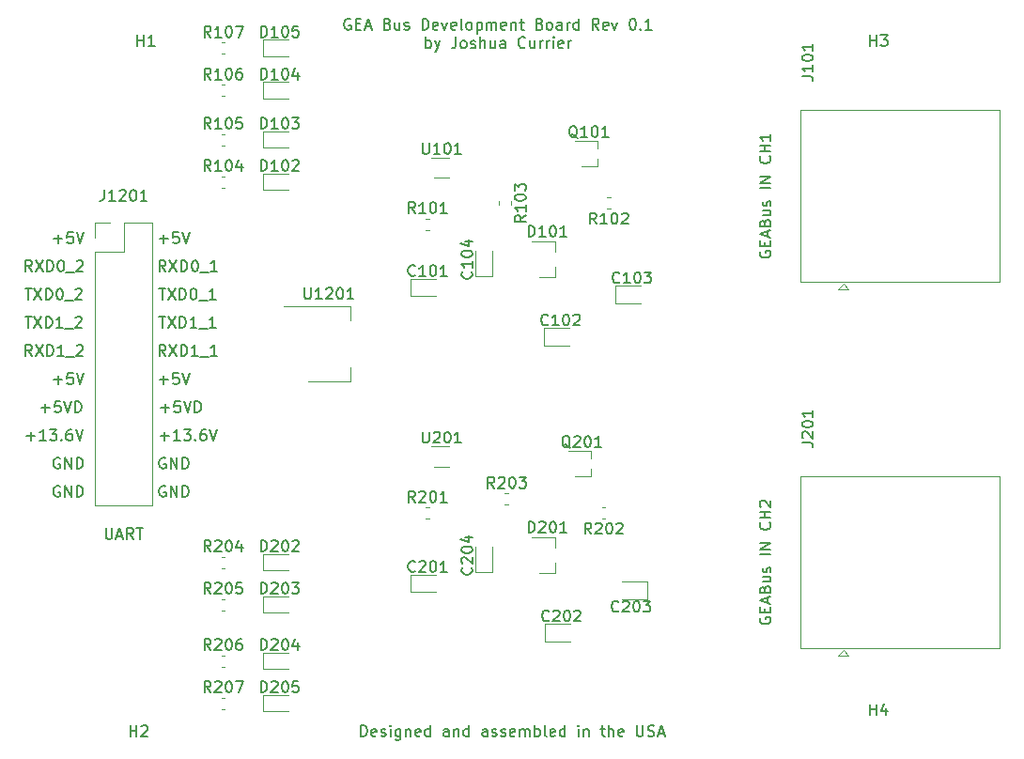
<source format=gbr>
G04 #@! TF.GenerationSoftware,KiCad,Pcbnew,5.1.5-52549c5~84~ubuntu19.10.1*
G04 #@! TF.CreationDate,2020-02-18T09:16:58-05:00*
G04 #@! TF.ProjectId,adapter,61646170-7465-4722-9e6b-696361645f70,rev?*
G04 #@! TF.SameCoordinates,Original*
G04 #@! TF.FileFunction,Legend,Top*
G04 #@! TF.FilePolarity,Positive*
%FSLAX46Y46*%
G04 Gerber Fmt 4.6, Leading zero omitted, Abs format (unit mm)*
G04 Created by KiCad (PCBNEW 5.1.5-52549c5~84~ubuntu19.10.1) date 2020-02-18 09:16:58*
%MOMM*%
%LPD*%
G04 APERTURE LIST*
%ADD10C,0.150000*%
%ADD11C,0.120000*%
G04 APERTURE END LIST*
D10*
X87980952Y-112847380D02*
X87980952Y-111847380D01*
X88219047Y-111847380D01*
X88361904Y-111895000D01*
X88457142Y-111990238D01*
X88504761Y-112085476D01*
X88552380Y-112275952D01*
X88552380Y-112418809D01*
X88504761Y-112609285D01*
X88457142Y-112704523D01*
X88361904Y-112799761D01*
X88219047Y-112847380D01*
X87980952Y-112847380D01*
X89361904Y-112799761D02*
X89266666Y-112847380D01*
X89076190Y-112847380D01*
X88980952Y-112799761D01*
X88933333Y-112704523D01*
X88933333Y-112323571D01*
X88980952Y-112228333D01*
X89076190Y-112180714D01*
X89266666Y-112180714D01*
X89361904Y-112228333D01*
X89409523Y-112323571D01*
X89409523Y-112418809D01*
X88933333Y-112514047D01*
X89790476Y-112799761D02*
X89885714Y-112847380D01*
X90076190Y-112847380D01*
X90171428Y-112799761D01*
X90219047Y-112704523D01*
X90219047Y-112656904D01*
X90171428Y-112561666D01*
X90076190Y-112514047D01*
X89933333Y-112514047D01*
X89838095Y-112466428D01*
X89790476Y-112371190D01*
X89790476Y-112323571D01*
X89838095Y-112228333D01*
X89933333Y-112180714D01*
X90076190Y-112180714D01*
X90171428Y-112228333D01*
X90647619Y-112847380D02*
X90647619Y-112180714D01*
X90647619Y-111847380D02*
X90599999Y-111895000D01*
X90647619Y-111942619D01*
X90695238Y-111895000D01*
X90647619Y-111847380D01*
X90647619Y-111942619D01*
X91552380Y-112180714D02*
X91552380Y-112990238D01*
X91504761Y-113085476D01*
X91457142Y-113133095D01*
X91361904Y-113180714D01*
X91219047Y-113180714D01*
X91123809Y-113133095D01*
X91552380Y-112799761D02*
X91457142Y-112847380D01*
X91266666Y-112847380D01*
X91171428Y-112799761D01*
X91123809Y-112752142D01*
X91076190Y-112656904D01*
X91076190Y-112371190D01*
X91123809Y-112275952D01*
X91171428Y-112228333D01*
X91266666Y-112180714D01*
X91457142Y-112180714D01*
X91552380Y-112228333D01*
X92028571Y-112180714D02*
X92028571Y-112847380D01*
X92028571Y-112275952D02*
X92076190Y-112228333D01*
X92171428Y-112180714D01*
X92314285Y-112180714D01*
X92409523Y-112228333D01*
X92457142Y-112323571D01*
X92457142Y-112847380D01*
X93314285Y-112799761D02*
X93219047Y-112847380D01*
X93028571Y-112847380D01*
X92933333Y-112799761D01*
X92885714Y-112704523D01*
X92885714Y-112323571D01*
X92933333Y-112228333D01*
X93028571Y-112180714D01*
X93219047Y-112180714D01*
X93314285Y-112228333D01*
X93361904Y-112323571D01*
X93361904Y-112418809D01*
X92885714Y-112514047D01*
X94219047Y-112847380D02*
X94219047Y-111847380D01*
X94219047Y-112799761D02*
X94123809Y-112847380D01*
X93933333Y-112847380D01*
X93838095Y-112799761D01*
X93790476Y-112752142D01*
X93742857Y-112656904D01*
X93742857Y-112371190D01*
X93790476Y-112275952D01*
X93838095Y-112228333D01*
X93933333Y-112180714D01*
X94123809Y-112180714D01*
X94219047Y-112228333D01*
X95885714Y-112847380D02*
X95885714Y-112323571D01*
X95838095Y-112228333D01*
X95742857Y-112180714D01*
X95552380Y-112180714D01*
X95457142Y-112228333D01*
X95885714Y-112799761D02*
X95790476Y-112847380D01*
X95552380Y-112847380D01*
X95457142Y-112799761D01*
X95409523Y-112704523D01*
X95409523Y-112609285D01*
X95457142Y-112514047D01*
X95552380Y-112466428D01*
X95790476Y-112466428D01*
X95885714Y-112418809D01*
X96361904Y-112180714D02*
X96361904Y-112847380D01*
X96361904Y-112275952D02*
X96409523Y-112228333D01*
X96504761Y-112180714D01*
X96647619Y-112180714D01*
X96742857Y-112228333D01*
X96790476Y-112323571D01*
X96790476Y-112847380D01*
X97695238Y-112847380D02*
X97695238Y-111847380D01*
X97695238Y-112799761D02*
X97599999Y-112847380D01*
X97409523Y-112847380D01*
X97314285Y-112799761D01*
X97266666Y-112752142D01*
X97219047Y-112656904D01*
X97219047Y-112371190D01*
X97266666Y-112275952D01*
X97314285Y-112228333D01*
X97409523Y-112180714D01*
X97599999Y-112180714D01*
X97695238Y-112228333D01*
X99361904Y-112847380D02*
X99361904Y-112323571D01*
X99314285Y-112228333D01*
X99219047Y-112180714D01*
X99028571Y-112180714D01*
X98933333Y-112228333D01*
X99361904Y-112799761D02*
X99266666Y-112847380D01*
X99028571Y-112847380D01*
X98933333Y-112799761D01*
X98885714Y-112704523D01*
X98885714Y-112609285D01*
X98933333Y-112514047D01*
X99028571Y-112466428D01*
X99266666Y-112466428D01*
X99361904Y-112418809D01*
X99790476Y-112799761D02*
X99885714Y-112847380D01*
X100076190Y-112847380D01*
X100171428Y-112799761D01*
X100219047Y-112704523D01*
X100219047Y-112656904D01*
X100171428Y-112561666D01*
X100076190Y-112514047D01*
X99933333Y-112514047D01*
X99838095Y-112466428D01*
X99790476Y-112371190D01*
X99790476Y-112323571D01*
X99838095Y-112228333D01*
X99933333Y-112180714D01*
X100076190Y-112180714D01*
X100171428Y-112228333D01*
X100599999Y-112799761D02*
X100695238Y-112847380D01*
X100885714Y-112847380D01*
X100980952Y-112799761D01*
X101028571Y-112704523D01*
X101028571Y-112656904D01*
X100980952Y-112561666D01*
X100885714Y-112514047D01*
X100742857Y-112514047D01*
X100647619Y-112466428D01*
X100599999Y-112371190D01*
X100599999Y-112323571D01*
X100647619Y-112228333D01*
X100742857Y-112180714D01*
X100885714Y-112180714D01*
X100980952Y-112228333D01*
X101838095Y-112799761D02*
X101742857Y-112847380D01*
X101552380Y-112847380D01*
X101457142Y-112799761D01*
X101409523Y-112704523D01*
X101409523Y-112323571D01*
X101457142Y-112228333D01*
X101552380Y-112180714D01*
X101742857Y-112180714D01*
X101838095Y-112228333D01*
X101885714Y-112323571D01*
X101885714Y-112418809D01*
X101409523Y-112514047D01*
X102314285Y-112847380D02*
X102314285Y-112180714D01*
X102314285Y-112275952D02*
X102361904Y-112228333D01*
X102457142Y-112180714D01*
X102599999Y-112180714D01*
X102695238Y-112228333D01*
X102742857Y-112323571D01*
X102742857Y-112847380D01*
X102742857Y-112323571D02*
X102790476Y-112228333D01*
X102885714Y-112180714D01*
X103028571Y-112180714D01*
X103123809Y-112228333D01*
X103171428Y-112323571D01*
X103171428Y-112847380D01*
X103647619Y-112847380D02*
X103647619Y-111847380D01*
X103647619Y-112228333D02*
X103742857Y-112180714D01*
X103933333Y-112180714D01*
X104028571Y-112228333D01*
X104076190Y-112275952D01*
X104123809Y-112371190D01*
X104123809Y-112656904D01*
X104076190Y-112752142D01*
X104028571Y-112799761D01*
X103933333Y-112847380D01*
X103742857Y-112847380D01*
X103647619Y-112799761D01*
X104695238Y-112847380D02*
X104600000Y-112799761D01*
X104552380Y-112704523D01*
X104552380Y-111847380D01*
X105457142Y-112799761D02*
X105361904Y-112847380D01*
X105171428Y-112847380D01*
X105076190Y-112799761D01*
X105028571Y-112704523D01*
X105028571Y-112323571D01*
X105076190Y-112228333D01*
X105171428Y-112180714D01*
X105361904Y-112180714D01*
X105457142Y-112228333D01*
X105504761Y-112323571D01*
X105504761Y-112418809D01*
X105028571Y-112514047D01*
X106361904Y-112847380D02*
X106361904Y-111847380D01*
X106361904Y-112799761D02*
X106266666Y-112847380D01*
X106076190Y-112847380D01*
X105980952Y-112799761D01*
X105933333Y-112752142D01*
X105885714Y-112656904D01*
X105885714Y-112371190D01*
X105933333Y-112275952D01*
X105980952Y-112228333D01*
X106076190Y-112180714D01*
X106266666Y-112180714D01*
X106361904Y-112228333D01*
X107599999Y-112847380D02*
X107599999Y-112180714D01*
X107599999Y-111847380D02*
X107552380Y-111895000D01*
X107599999Y-111942619D01*
X107647619Y-111895000D01*
X107599999Y-111847380D01*
X107599999Y-111942619D01*
X108076190Y-112180714D02*
X108076190Y-112847380D01*
X108076190Y-112275952D02*
X108123809Y-112228333D01*
X108219047Y-112180714D01*
X108361904Y-112180714D01*
X108457142Y-112228333D01*
X108504761Y-112323571D01*
X108504761Y-112847380D01*
X109599999Y-112180714D02*
X109980952Y-112180714D01*
X109742857Y-111847380D02*
X109742857Y-112704523D01*
X109790476Y-112799761D01*
X109885714Y-112847380D01*
X109980952Y-112847380D01*
X110314285Y-112847380D02*
X110314285Y-111847380D01*
X110742857Y-112847380D02*
X110742857Y-112323571D01*
X110695238Y-112228333D01*
X110599999Y-112180714D01*
X110457142Y-112180714D01*
X110361904Y-112228333D01*
X110314285Y-112275952D01*
X111599999Y-112799761D02*
X111504761Y-112847380D01*
X111314285Y-112847380D01*
X111219047Y-112799761D01*
X111171428Y-112704523D01*
X111171428Y-112323571D01*
X111219047Y-112228333D01*
X111314285Y-112180714D01*
X111504761Y-112180714D01*
X111599999Y-112228333D01*
X111647619Y-112323571D01*
X111647619Y-112418809D01*
X111171428Y-112514047D01*
X112838095Y-111847380D02*
X112838095Y-112656904D01*
X112885714Y-112752142D01*
X112933333Y-112799761D01*
X113028571Y-112847380D01*
X113219047Y-112847380D01*
X113314285Y-112799761D01*
X113361904Y-112752142D01*
X113409523Y-112656904D01*
X113409523Y-111847380D01*
X113838095Y-112799761D02*
X113980952Y-112847380D01*
X114219047Y-112847380D01*
X114314285Y-112799761D01*
X114361904Y-112752142D01*
X114409523Y-112656904D01*
X114409523Y-112561666D01*
X114361904Y-112466428D01*
X114314285Y-112418809D01*
X114219047Y-112371190D01*
X114028571Y-112323571D01*
X113933333Y-112275952D01*
X113885714Y-112228333D01*
X113838095Y-112133095D01*
X113838095Y-112037857D01*
X113885714Y-111942619D01*
X113933333Y-111895000D01*
X114028571Y-111847380D01*
X114266666Y-111847380D01*
X114409523Y-111895000D01*
X114790476Y-112561666D02*
X115266666Y-112561666D01*
X114695238Y-112847380D02*
X115028571Y-111847380D01*
X115361904Y-112847380D01*
X87044285Y-48205000D02*
X86949047Y-48157380D01*
X86806190Y-48157380D01*
X86663333Y-48205000D01*
X86568095Y-48300238D01*
X86520476Y-48395476D01*
X86472857Y-48585952D01*
X86472857Y-48728809D01*
X86520476Y-48919285D01*
X86568095Y-49014523D01*
X86663333Y-49109761D01*
X86806190Y-49157380D01*
X86901428Y-49157380D01*
X87044285Y-49109761D01*
X87091904Y-49062142D01*
X87091904Y-48728809D01*
X86901428Y-48728809D01*
X87520476Y-48633571D02*
X87853809Y-48633571D01*
X87996666Y-49157380D02*
X87520476Y-49157380D01*
X87520476Y-48157380D01*
X87996666Y-48157380D01*
X88377619Y-48871666D02*
X88853809Y-48871666D01*
X88282380Y-49157380D02*
X88615714Y-48157380D01*
X88949047Y-49157380D01*
X90377619Y-48633571D02*
X90520476Y-48681190D01*
X90568095Y-48728809D01*
X90615714Y-48824047D01*
X90615714Y-48966904D01*
X90568095Y-49062142D01*
X90520476Y-49109761D01*
X90425238Y-49157380D01*
X90044285Y-49157380D01*
X90044285Y-48157380D01*
X90377619Y-48157380D01*
X90472857Y-48205000D01*
X90520476Y-48252619D01*
X90568095Y-48347857D01*
X90568095Y-48443095D01*
X90520476Y-48538333D01*
X90472857Y-48585952D01*
X90377619Y-48633571D01*
X90044285Y-48633571D01*
X91472857Y-48490714D02*
X91472857Y-49157380D01*
X91044285Y-48490714D02*
X91044285Y-49014523D01*
X91091904Y-49109761D01*
X91187142Y-49157380D01*
X91330000Y-49157380D01*
X91425238Y-49109761D01*
X91472857Y-49062142D01*
X91901428Y-49109761D02*
X91996666Y-49157380D01*
X92187142Y-49157380D01*
X92282380Y-49109761D01*
X92330000Y-49014523D01*
X92330000Y-48966904D01*
X92282380Y-48871666D01*
X92187142Y-48824047D01*
X92044285Y-48824047D01*
X91949047Y-48776428D01*
X91901428Y-48681190D01*
X91901428Y-48633571D01*
X91949047Y-48538333D01*
X92044285Y-48490714D01*
X92187142Y-48490714D01*
X92282380Y-48538333D01*
X93520476Y-49157380D02*
X93520476Y-48157380D01*
X93758571Y-48157380D01*
X93901428Y-48205000D01*
X93996666Y-48300238D01*
X94044285Y-48395476D01*
X94091904Y-48585952D01*
X94091904Y-48728809D01*
X94044285Y-48919285D01*
X93996666Y-49014523D01*
X93901428Y-49109761D01*
X93758571Y-49157380D01*
X93520476Y-49157380D01*
X94901428Y-49109761D02*
X94806190Y-49157380D01*
X94615714Y-49157380D01*
X94520476Y-49109761D01*
X94472857Y-49014523D01*
X94472857Y-48633571D01*
X94520476Y-48538333D01*
X94615714Y-48490714D01*
X94806190Y-48490714D01*
X94901428Y-48538333D01*
X94949047Y-48633571D01*
X94949047Y-48728809D01*
X94472857Y-48824047D01*
X95282380Y-48490714D02*
X95520476Y-49157380D01*
X95758571Y-48490714D01*
X96520476Y-49109761D02*
X96425238Y-49157380D01*
X96234761Y-49157380D01*
X96139523Y-49109761D01*
X96091904Y-49014523D01*
X96091904Y-48633571D01*
X96139523Y-48538333D01*
X96234761Y-48490714D01*
X96425238Y-48490714D01*
X96520476Y-48538333D01*
X96568095Y-48633571D01*
X96568095Y-48728809D01*
X96091904Y-48824047D01*
X97139523Y-49157380D02*
X97044285Y-49109761D01*
X96996666Y-49014523D01*
X96996666Y-48157380D01*
X97663333Y-49157380D02*
X97568095Y-49109761D01*
X97520476Y-49062142D01*
X97472857Y-48966904D01*
X97472857Y-48681190D01*
X97520476Y-48585952D01*
X97568095Y-48538333D01*
X97663333Y-48490714D01*
X97806190Y-48490714D01*
X97901428Y-48538333D01*
X97949047Y-48585952D01*
X97996666Y-48681190D01*
X97996666Y-48966904D01*
X97949047Y-49062142D01*
X97901428Y-49109761D01*
X97806190Y-49157380D01*
X97663333Y-49157380D01*
X98425238Y-48490714D02*
X98425238Y-49490714D01*
X98425238Y-48538333D02*
X98520476Y-48490714D01*
X98710952Y-48490714D01*
X98806190Y-48538333D01*
X98853809Y-48585952D01*
X98901428Y-48681190D01*
X98901428Y-48966904D01*
X98853809Y-49062142D01*
X98806190Y-49109761D01*
X98710952Y-49157380D01*
X98520476Y-49157380D01*
X98425238Y-49109761D01*
X99330000Y-49157380D02*
X99330000Y-48490714D01*
X99330000Y-48585952D02*
X99377619Y-48538333D01*
X99472857Y-48490714D01*
X99615714Y-48490714D01*
X99710952Y-48538333D01*
X99758571Y-48633571D01*
X99758571Y-49157380D01*
X99758571Y-48633571D02*
X99806190Y-48538333D01*
X99901428Y-48490714D01*
X100044285Y-48490714D01*
X100139523Y-48538333D01*
X100187142Y-48633571D01*
X100187142Y-49157380D01*
X101044285Y-49109761D02*
X100949047Y-49157380D01*
X100758571Y-49157380D01*
X100663333Y-49109761D01*
X100615714Y-49014523D01*
X100615714Y-48633571D01*
X100663333Y-48538333D01*
X100758571Y-48490714D01*
X100949047Y-48490714D01*
X101044285Y-48538333D01*
X101091904Y-48633571D01*
X101091904Y-48728809D01*
X100615714Y-48824047D01*
X101520476Y-48490714D02*
X101520476Y-49157380D01*
X101520476Y-48585952D02*
X101568095Y-48538333D01*
X101663333Y-48490714D01*
X101806190Y-48490714D01*
X101901428Y-48538333D01*
X101949047Y-48633571D01*
X101949047Y-49157380D01*
X102282380Y-48490714D02*
X102663333Y-48490714D01*
X102425238Y-48157380D02*
X102425238Y-49014523D01*
X102472857Y-49109761D01*
X102568095Y-49157380D01*
X102663333Y-49157380D01*
X104091904Y-48633571D02*
X104234761Y-48681190D01*
X104282380Y-48728809D01*
X104330000Y-48824047D01*
X104330000Y-48966904D01*
X104282380Y-49062142D01*
X104234761Y-49109761D01*
X104139523Y-49157380D01*
X103758571Y-49157380D01*
X103758571Y-48157380D01*
X104091904Y-48157380D01*
X104187142Y-48205000D01*
X104234761Y-48252619D01*
X104282380Y-48347857D01*
X104282380Y-48443095D01*
X104234761Y-48538333D01*
X104187142Y-48585952D01*
X104091904Y-48633571D01*
X103758571Y-48633571D01*
X104901428Y-49157380D02*
X104806190Y-49109761D01*
X104758571Y-49062142D01*
X104710952Y-48966904D01*
X104710952Y-48681190D01*
X104758571Y-48585952D01*
X104806190Y-48538333D01*
X104901428Y-48490714D01*
X105044285Y-48490714D01*
X105139523Y-48538333D01*
X105187142Y-48585952D01*
X105234761Y-48681190D01*
X105234761Y-48966904D01*
X105187142Y-49062142D01*
X105139523Y-49109761D01*
X105044285Y-49157380D01*
X104901428Y-49157380D01*
X106091904Y-49157380D02*
X106091904Y-48633571D01*
X106044285Y-48538333D01*
X105949047Y-48490714D01*
X105758571Y-48490714D01*
X105663333Y-48538333D01*
X106091904Y-49109761D02*
X105996666Y-49157380D01*
X105758571Y-49157380D01*
X105663333Y-49109761D01*
X105615714Y-49014523D01*
X105615714Y-48919285D01*
X105663333Y-48824047D01*
X105758571Y-48776428D01*
X105996666Y-48776428D01*
X106091904Y-48728809D01*
X106568095Y-49157380D02*
X106568095Y-48490714D01*
X106568095Y-48681190D02*
X106615714Y-48585952D01*
X106663333Y-48538333D01*
X106758571Y-48490714D01*
X106853809Y-48490714D01*
X107615714Y-49157380D02*
X107615714Y-48157380D01*
X107615714Y-49109761D02*
X107520476Y-49157380D01*
X107330000Y-49157380D01*
X107234761Y-49109761D01*
X107187142Y-49062142D01*
X107139523Y-48966904D01*
X107139523Y-48681190D01*
X107187142Y-48585952D01*
X107234761Y-48538333D01*
X107330000Y-48490714D01*
X107520476Y-48490714D01*
X107615714Y-48538333D01*
X109425238Y-49157380D02*
X109091904Y-48681190D01*
X108853809Y-49157380D02*
X108853809Y-48157380D01*
X109234761Y-48157380D01*
X109330000Y-48205000D01*
X109377619Y-48252619D01*
X109425238Y-48347857D01*
X109425238Y-48490714D01*
X109377619Y-48585952D01*
X109330000Y-48633571D01*
X109234761Y-48681190D01*
X108853809Y-48681190D01*
X110234761Y-49109761D02*
X110139523Y-49157380D01*
X109949047Y-49157380D01*
X109853809Y-49109761D01*
X109806190Y-49014523D01*
X109806190Y-48633571D01*
X109853809Y-48538333D01*
X109949047Y-48490714D01*
X110139523Y-48490714D01*
X110234761Y-48538333D01*
X110282380Y-48633571D01*
X110282380Y-48728809D01*
X109806190Y-48824047D01*
X110615714Y-48490714D02*
X110853809Y-49157380D01*
X111091904Y-48490714D01*
X112425238Y-48157380D02*
X112520476Y-48157380D01*
X112615714Y-48205000D01*
X112663333Y-48252619D01*
X112710952Y-48347857D01*
X112758571Y-48538333D01*
X112758571Y-48776428D01*
X112710952Y-48966904D01*
X112663333Y-49062142D01*
X112615714Y-49109761D01*
X112520476Y-49157380D01*
X112425238Y-49157380D01*
X112330000Y-49109761D01*
X112282380Y-49062142D01*
X112234761Y-48966904D01*
X112187142Y-48776428D01*
X112187142Y-48538333D01*
X112234761Y-48347857D01*
X112282380Y-48252619D01*
X112330000Y-48205000D01*
X112425238Y-48157380D01*
X113187142Y-49062142D02*
X113234761Y-49109761D01*
X113187142Y-49157380D01*
X113139523Y-49109761D01*
X113187142Y-49062142D01*
X113187142Y-49157380D01*
X114187142Y-49157380D02*
X113615714Y-49157380D01*
X113901428Y-49157380D02*
X113901428Y-48157380D01*
X113806190Y-48300238D01*
X113710952Y-48395476D01*
X113615714Y-48443095D01*
X93830000Y-50807380D02*
X93830000Y-49807380D01*
X93830000Y-50188333D02*
X93925238Y-50140714D01*
X94115714Y-50140714D01*
X94210952Y-50188333D01*
X94258571Y-50235952D01*
X94306190Y-50331190D01*
X94306190Y-50616904D01*
X94258571Y-50712142D01*
X94210952Y-50759761D01*
X94115714Y-50807380D01*
X93925238Y-50807380D01*
X93830000Y-50759761D01*
X94639523Y-50140714D02*
X94877619Y-50807380D01*
X95115714Y-50140714D02*
X94877619Y-50807380D01*
X94782380Y-51045476D01*
X94734761Y-51093095D01*
X94639523Y-51140714D01*
X96544285Y-49807380D02*
X96544285Y-50521666D01*
X96496666Y-50664523D01*
X96401428Y-50759761D01*
X96258571Y-50807380D01*
X96163333Y-50807380D01*
X97163333Y-50807380D02*
X97068095Y-50759761D01*
X97020476Y-50712142D01*
X96972857Y-50616904D01*
X96972857Y-50331190D01*
X97020476Y-50235952D01*
X97068095Y-50188333D01*
X97163333Y-50140714D01*
X97306190Y-50140714D01*
X97401428Y-50188333D01*
X97449047Y-50235952D01*
X97496666Y-50331190D01*
X97496666Y-50616904D01*
X97449047Y-50712142D01*
X97401428Y-50759761D01*
X97306190Y-50807380D01*
X97163333Y-50807380D01*
X97877619Y-50759761D02*
X97972857Y-50807380D01*
X98163333Y-50807380D01*
X98258571Y-50759761D01*
X98306190Y-50664523D01*
X98306190Y-50616904D01*
X98258571Y-50521666D01*
X98163333Y-50474047D01*
X98020476Y-50474047D01*
X97925238Y-50426428D01*
X97877619Y-50331190D01*
X97877619Y-50283571D01*
X97925238Y-50188333D01*
X98020476Y-50140714D01*
X98163333Y-50140714D01*
X98258571Y-50188333D01*
X98734761Y-50807380D02*
X98734761Y-49807380D01*
X99163333Y-50807380D02*
X99163333Y-50283571D01*
X99115714Y-50188333D01*
X99020476Y-50140714D01*
X98877619Y-50140714D01*
X98782380Y-50188333D01*
X98734761Y-50235952D01*
X100068095Y-50140714D02*
X100068095Y-50807380D01*
X99639523Y-50140714D02*
X99639523Y-50664523D01*
X99687142Y-50759761D01*
X99782380Y-50807380D01*
X99925238Y-50807380D01*
X100020476Y-50759761D01*
X100068095Y-50712142D01*
X100972857Y-50807380D02*
X100972857Y-50283571D01*
X100925238Y-50188333D01*
X100830000Y-50140714D01*
X100639523Y-50140714D01*
X100544285Y-50188333D01*
X100972857Y-50759761D02*
X100877619Y-50807380D01*
X100639523Y-50807380D01*
X100544285Y-50759761D01*
X100496666Y-50664523D01*
X100496666Y-50569285D01*
X100544285Y-50474047D01*
X100639523Y-50426428D01*
X100877619Y-50426428D01*
X100972857Y-50378809D01*
X102782380Y-50712142D02*
X102734761Y-50759761D01*
X102591904Y-50807380D01*
X102496666Y-50807380D01*
X102353809Y-50759761D01*
X102258571Y-50664523D01*
X102210952Y-50569285D01*
X102163333Y-50378809D01*
X102163333Y-50235952D01*
X102210952Y-50045476D01*
X102258571Y-49950238D01*
X102353809Y-49855000D01*
X102496666Y-49807380D01*
X102591904Y-49807380D01*
X102734761Y-49855000D01*
X102782380Y-49902619D01*
X103639523Y-50140714D02*
X103639523Y-50807380D01*
X103210952Y-50140714D02*
X103210952Y-50664523D01*
X103258571Y-50759761D01*
X103353809Y-50807380D01*
X103496666Y-50807380D01*
X103591904Y-50759761D01*
X103639523Y-50712142D01*
X104115714Y-50807380D02*
X104115714Y-50140714D01*
X104115714Y-50331190D02*
X104163333Y-50235952D01*
X104210952Y-50188333D01*
X104306190Y-50140714D01*
X104401428Y-50140714D01*
X104734761Y-50807380D02*
X104734761Y-50140714D01*
X104734761Y-50331190D02*
X104782380Y-50235952D01*
X104830000Y-50188333D01*
X104925238Y-50140714D01*
X105020476Y-50140714D01*
X105353809Y-50807380D02*
X105353809Y-50140714D01*
X105353809Y-49807380D02*
X105306190Y-49855000D01*
X105353809Y-49902619D01*
X105401428Y-49855000D01*
X105353809Y-49807380D01*
X105353809Y-49902619D01*
X106210952Y-50759761D02*
X106115714Y-50807380D01*
X105925238Y-50807380D01*
X105830000Y-50759761D01*
X105782380Y-50664523D01*
X105782380Y-50283571D01*
X105830000Y-50188333D01*
X105925238Y-50140714D01*
X106115714Y-50140714D01*
X106210952Y-50188333D01*
X106258571Y-50283571D01*
X106258571Y-50378809D01*
X105782380Y-50474047D01*
X106687142Y-50807380D02*
X106687142Y-50140714D01*
X106687142Y-50331190D02*
X106734761Y-50235952D01*
X106782380Y-50188333D01*
X106877619Y-50140714D01*
X106972857Y-50140714D01*
X60833095Y-90305000D02*
X60737857Y-90257380D01*
X60595000Y-90257380D01*
X60452142Y-90305000D01*
X60356904Y-90400238D01*
X60309285Y-90495476D01*
X60261666Y-90685952D01*
X60261666Y-90828809D01*
X60309285Y-91019285D01*
X60356904Y-91114523D01*
X60452142Y-91209761D01*
X60595000Y-91257380D01*
X60690238Y-91257380D01*
X60833095Y-91209761D01*
X60880714Y-91162142D01*
X60880714Y-90828809D01*
X60690238Y-90828809D01*
X61309285Y-91257380D02*
X61309285Y-90257380D01*
X61880714Y-91257380D01*
X61880714Y-90257380D01*
X62356904Y-91257380D02*
X62356904Y-90257380D01*
X62595000Y-90257380D01*
X62737857Y-90305000D01*
X62833095Y-90400238D01*
X62880714Y-90495476D01*
X62928333Y-90685952D01*
X62928333Y-90828809D01*
X62880714Y-91019285D01*
X62833095Y-91114523D01*
X62737857Y-91209761D01*
X62595000Y-91257380D01*
X62356904Y-91257380D01*
X60833095Y-87765000D02*
X60737857Y-87717380D01*
X60595000Y-87717380D01*
X60452142Y-87765000D01*
X60356904Y-87860238D01*
X60309285Y-87955476D01*
X60261666Y-88145952D01*
X60261666Y-88288809D01*
X60309285Y-88479285D01*
X60356904Y-88574523D01*
X60452142Y-88669761D01*
X60595000Y-88717380D01*
X60690238Y-88717380D01*
X60833095Y-88669761D01*
X60880714Y-88622142D01*
X60880714Y-88288809D01*
X60690238Y-88288809D01*
X61309285Y-88717380D02*
X61309285Y-87717380D01*
X61880714Y-88717380D01*
X61880714Y-87717380D01*
X62356904Y-88717380D02*
X62356904Y-87717380D01*
X62595000Y-87717380D01*
X62737857Y-87765000D01*
X62833095Y-87860238D01*
X62880714Y-87955476D01*
X62928333Y-88145952D01*
X62928333Y-88288809D01*
X62880714Y-88479285D01*
X62833095Y-88574523D01*
X62737857Y-88669761D01*
X62595000Y-88717380D01*
X62356904Y-88717380D01*
X70358095Y-90305000D02*
X70262857Y-90257380D01*
X70120000Y-90257380D01*
X69977142Y-90305000D01*
X69881904Y-90400238D01*
X69834285Y-90495476D01*
X69786666Y-90685952D01*
X69786666Y-90828809D01*
X69834285Y-91019285D01*
X69881904Y-91114523D01*
X69977142Y-91209761D01*
X70120000Y-91257380D01*
X70215238Y-91257380D01*
X70358095Y-91209761D01*
X70405714Y-91162142D01*
X70405714Y-90828809D01*
X70215238Y-90828809D01*
X70834285Y-91257380D02*
X70834285Y-90257380D01*
X71405714Y-91257380D01*
X71405714Y-90257380D01*
X71881904Y-91257380D02*
X71881904Y-90257380D01*
X72120000Y-90257380D01*
X72262857Y-90305000D01*
X72358095Y-90400238D01*
X72405714Y-90495476D01*
X72453333Y-90685952D01*
X72453333Y-90828809D01*
X72405714Y-91019285D01*
X72358095Y-91114523D01*
X72262857Y-91209761D01*
X72120000Y-91257380D01*
X71881904Y-91257380D01*
X70358095Y-87765000D02*
X70262857Y-87717380D01*
X70120000Y-87717380D01*
X69977142Y-87765000D01*
X69881904Y-87860238D01*
X69834285Y-87955476D01*
X69786666Y-88145952D01*
X69786666Y-88288809D01*
X69834285Y-88479285D01*
X69881904Y-88574523D01*
X69977142Y-88669761D01*
X70120000Y-88717380D01*
X70215238Y-88717380D01*
X70358095Y-88669761D01*
X70405714Y-88622142D01*
X70405714Y-88288809D01*
X70215238Y-88288809D01*
X70834285Y-88717380D02*
X70834285Y-87717380D01*
X71405714Y-88717380D01*
X71405714Y-87717380D01*
X71881904Y-88717380D02*
X71881904Y-87717380D01*
X72120000Y-87717380D01*
X72262857Y-87765000D01*
X72358095Y-87860238D01*
X72405714Y-87955476D01*
X72453333Y-88145952D01*
X72453333Y-88288809D01*
X72405714Y-88479285D01*
X72358095Y-88574523D01*
X72262857Y-88669761D01*
X72120000Y-88717380D01*
X71881904Y-88717380D01*
X69913809Y-85796428D02*
X70675714Y-85796428D01*
X70294761Y-86177380D02*
X70294761Y-85415476D01*
X71675714Y-86177380D02*
X71104285Y-86177380D01*
X71390000Y-86177380D02*
X71390000Y-85177380D01*
X71294761Y-85320238D01*
X71199523Y-85415476D01*
X71104285Y-85463095D01*
X72009047Y-85177380D02*
X72628095Y-85177380D01*
X72294761Y-85558333D01*
X72437619Y-85558333D01*
X72532857Y-85605952D01*
X72580476Y-85653571D01*
X72628095Y-85748809D01*
X72628095Y-85986904D01*
X72580476Y-86082142D01*
X72532857Y-86129761D01*
X72437619Y-86177380D01*
X72151904Y-86177380D01*
X72056666Y-86129761D01*
X72009047Y-86082142D01*
X73056666Y-86082142D02*
X73104285Y-86129761D01*
X73056666Y-86177380D01*
X73009047Y-86129761D01*
X73056666Y-86082142D01*
X73056666Y-86177380D01*
X73961428Y-85177380D02*
X73770952Y-85177380D01*
X73675714Y-85225000D01*
X73628095Y-85272619D01*
X73532857Y-85415476D01*
X73485238Y-85605952D01*
X73485238Y-85986904D01*
X73532857Y-86082142D01*
X73580476Y-86129761D01*
X73675714Y-86177380D01*
X73866190Y-86177380D01*
X73961428Y-86129761D01*
X74009047Y-86082142D01*
X74056666Y-85986904D01*
X74056666Y-85748809D01*
X74009047Y-85653571D01*
X73961428Y-85605952D01*
X73866190Y-85558333D01*
X73675714Y-85558333D01*
X73580476Y-85605952D01*
X73532857Y-85653571D01*
X73485238Y-85748809D01*
X74342380Y-85177380D02*
X74675714Y-86177380D01*
X75009047Y-85177380D01*
X57848809Y-85796428D02*
X58610714Y-85796428D01*
X58229761Y-86177380D02*
X58229761Y-85415476D01*
X59610714Y-86177380D02*
X59039285Y-86177380D01*
X59325000Y-86177380D02*
X59325000Y-85177380D01*
X59229761Y-85320238D01*
X59134523Y-85415476D01*
X59039285Y-85463095D01*
X59944047Y-85177380D02*
X60563095Y-85177380D01*
X60229761Y-85558333D01*
X60372619Y-85558333D01*
X60467857Y-85605952D01*
X60515476Y-85653571D01*
X60563095Y-85748809D01*
X60563095Y-85986904D01*
X60515476Y-86082142D01*
X60467857Y-86129761D01*
X60372619Y-86177380D01*
X60086904Y-86177380D01*
X59991666Y-86129761D01*
X59944047Y-86082142D01*
X60991666Y-86082142D02*
X61039285Y-86129761D01*
X60991666Y-86177380D01*
X60944047Y-86129761D01*
X60991666Y-86082142D01*
X60991666Y-86177380D01*
X61896428Y-85177380D02*
X61705952Y-85177380D01*
X61610714Y-85225000D01*
X61563095Y-85272619D01*
X61467857Y-85415476D01*
X61420238Y-85605952D01*
X61420238Y-85986904D01*
X61467857Y-86082142D01*
X61515476Y-86129761D01*
X61610714Y-86177380D01*
X61801190Y-86177380D01*
X61896428Y-86129761D01*
X61944047Y-86082142D01*
X61991666Y-85986904D01*
X61991666Y-85748809D01*
X61944047Y-85653571D01*
X61896428Y-85605952D01*
X61801190Y-85558333D01*
X61610714Y-85558333D01*
X61515476Y-85605952D01*
X61467857Y-85653571D01*
X61420238Y-85748809D01*
X62277380Y-85177380D02*
X62610714Y-86177380D01*
X62944047Y-85177380D01*
X69969285Y-83256428D02*
X70731190Y-83256428D01*
X70350238Y-83637380D02*
X70350238Y-82875476D01*
X71683571Y-82637380D02*
X71207380Y-82637380D01*
X71159761Y-83113571D01*
X71207380Y-83065952D01*
X71302619Y-83018333D01*
X71540714Y-83018333D01*
X71635952Y-83065952D01*
X71683571Y-83113571D01*
X71731190Y-83208809D01*
X71731190Y-83446904D01*
X71683571Y-83542142D01*
X71635952Y-83589761D01*
X71540714Y-83637380D01*
X71302619Y-83637380D01*
X71207380Y-83589761D01*
X71159761Y-83542142D01*
X72016904Y-82637380D02*
X72350238Y-83637380D01*
X72683571Y-82637380D01*
X73016904Y-83637380D02*
X73016904Y-82637380D01*
X73255000Y-82637380D01*
X73397857Y-82685000D01*
X73493095Y-82780238D01*
X73540714Y-82875476D01*
X73588333Y-83065952D01*
X73588333Y-83208809D01*
X73540714Y-83399285D01*
X73493095Y-83494523D01*
X73397857Y-83589761D01*
X73255000Y-83637380D01*
X73016904Y-83637380D01*
X59174285Y-83256428D02*
X59936190Y-83256428D01*
X59555238Y-83637380D02*
X59555238Y-82875476D01*
X60888571Y-82637380D02*
X60412380Y-82637380D01*
X60364761Y-83113571D01*
X60412380Y-83065952D01*
X60507619Y-83018333D01*
X60745714Y-83018333D01*
X60840952Y-83065952D01*
X60888571Y-83113571D01*
X60936190Y-83208809D01*
X60936190Y-83446904D01*
X60888571Y-83542142D01*
X60840952Y-83589761D01*
X60745714Y-83637380D01*
X60507619Y-83637380D01*
X60412380Y-83589761D01*
X60364761Y-83542142D01*
X61221904Y-82637380D02*
X61555238Y-83637380D01*
X61888571Y-82637380D01*
X62221904Y-83637380D02*
X62221904Y-82637380D01*
X62460000Y-82637380D01*
X62602857Y-82685000D01*
X62698095Y-82780238D01*
X62745714Y-82875476D01*
X62793333Y-83065952D01*
X62793333Y-83208809D01*
X62745714Y-83399285D01*
X62698095Y-83494523D01*
X62602857Y-83589761D01*
X62460000Y-83637380D01*
X62221904Y-83637380D01*
X69834285Y-80716428D02*
X70596190Y-80716428D01*
X70215238Y-81097380D02*
X70215238Y-80335476D01*
X71548571Y-80097380D02*
X71072380Y-80097380D01*
X71024761Y-80573571D01*
X71072380Y-80525952D01*
X71167619Y-80478333D01*
X71405714Y-80478333D01*
X71500952Y-80525952D01*
X71548571Y-80573571D01*
X71596190Y-80668809D01*
X71596190Y-80906904D01*
X71548571Y-81002142D01*
X71500952Y-81049761D01*
X71405714Y-81097380D01*
X71167619Y-81097380D01*
X71072380Y-81049761D01*
X71024761Y-81002142D01*
X71881904Y-80097380D02*
X72215238Y-81097380D01*
X72548571Y-80097380D01*
X60309285Y-80716428D02*
X61071190Y-80716428D01*
X60690238Y-81097380D02*
X60690238Y-80335476D01*
X62023571Y-80097380D02*
X61547380Y-80097380D01*
X61499761Y-80573571D01*
X61547380Y-80525952D01*
X61642619Y-80478333D01*
X61880714Y-80478333D01*
X61975952Y-80525952D01*
X62023571Y-80573571D01*
X62071190Y-80668809D01*
X62071190Y-80906904D01*
X62023571Y-81002142D01*
X61975952Y-81049761D01*
X61880714Y-81097380D01*
X61642619Y-81097380D01*
X61547380Y-81049761D01*
X61499761Y-81002142D01*
X62356904Y-80097380D02*
X62690238Y-81097380D01*
X63023571Y-80097380D01*
X58325000Y-78557380D02*
X57991666Y-78081190D01*
X57753571Y-78557380D02*
X57753571Y-77557380D01*
X58134523Y-77557380D01*
X58229761Y-77605000D01*
X58277380Y-77652619D01*
X58325000Y-77747857D01*
X58325000Y-77890714D01*
X58277380Y-77985952D01*
X58229761Y-78033571D01*
X58134523Y-78081190D01*
X57753571Y-78081190D01*
X58658333Y-77557380D02*
X59325000Y-78557380D01*
X59325000Y-77557380D02*
X58658333Y-78557380D01*
X59705952Y-78557380D02*
X59705952Y-77557380D01*
X59944047Y-77557380D01*
X60086904Y-77605000D01*
X60182142Y-77700238D01*
X60229761Y-77795476D01*
X60277380Y-77985952D01*
X60277380Y-78128809D01*
X60229761Y-78319285D01*
X60182142Y-78414523D01*
X60086904Y-78509761D01*
X59944047Y-78557380D01*
X59705952Y-78557380D01*
X61229761Y-78557380D02*
X60658333Y-78557380D01*
X60944047Y-78557380D02*
X60944047Y-77557380D01*
X60848809Y-77700238D01*
X60753571Y-77795476D01*
X60658333Y-77843095D01*
X61420238Y-78652619D02*
X62182142Y-78652619D01*
X62372619Y-77652619D02*
X62420238Y-77605000D01*
X62515476Y-77557380D01*
X62753571Y-77557380D01*
X62848809Y-77605000D01*
X62896428Y-77652619D01*
X62944047Y-77747857D01*
X62944047Y-77843095D01*
X62896428Y-77985952D01*
X62325000Y-78557380D01*
X62944047Y-78557380D01*
X57729761Y-75017380D02*
X58301190Y-75017380D01*
X58015476Y-76017380D02*
X58015476Y-75017380D01*
X58539285Y-75017380D02*
X59205952Y-76017380D01*
X59205952Y-75017380D02*
X58539285Y-76017380D01*
X59586904Y-76017380D02*
X59586904Y-75017380D01*
X59825000Y-75017380D01*
X59967857Y-75065000D01*
X60063095Y-75160238D01*
X60110714Y-75255476D01*
X60158333Y-75445952D01*
X60158333Y-75588809D01*
X60110714Y-75779285D01*
X60063095Y-75874523D01*
X59967857Y-75969761D01*
X59825000Y-76017380D01*
X59586904Y-76017380D01*
X61110714Y-76017380D02*
X60539285Y-76017380D01*
X60825000Y-76017380D02*
X60825000Y-75017380D01*
X60729761Y-75160238D01*
X60634523Y-75255476D01*
X60539285Y-75303095D01*
X61301190Y-76112619D02*
X62063095Y-76112619D01*
X62253571Y-75112619D02*
X62301190Y-75065000D01*
X62396428Y-75017380D01*
X62634523Y-75017380D01*
X62729761Y-75065000D01*
X62777380Y-75112619D01*
X62825000Y-75207857D01*
X62825000Y-75303095D01*
X62777380Y-75445952D01*
X62205952Y-76017380D01*
X62825000Y-76017380D01*
X57729761Y-72477380D02*
X58301190Y-72477380D01*
X58015476Y-73477380D02*
X58015476Y-72477380D01*
X58539285Y-72477380D02*
X59205952Y-73477380D01*
X59205952Y-72477380D02*
X58539285Y-73477380D01*
X59586904Y-73477380D02*
X59586904Y-72477380D01*
X59825000Y-72477380D01*
X59967857Y-72525000D01*
X60063095Y-72620238D01*
X60110714Y-72715476D01*
X60158333Y-72905952D01*
X60158333Y-73048809D01*
X60110714Y-73239285D01*
X60063095Y-73334523D01*
X59967857Y-73429761D01*
X59825000Y-73477380D01*
X59586904Y-73477380D01*
X60777380Y-72477380D02*
X60872619Y-72477380D01*
X60967857Y-72525000D01*
X61015476Y-72572619D01*
X61063095Y-72667857D01*
X61110714Y-72858333D01*
X61110714Y-73096428D01*
X61063095Y-73286904D01*
X61015476Y-73382142D01*
X60967857Y-73429761D01*
X60872619Y-73477380D01*
X60777380Y-73477380D01*
X60682142Y-73429761D01*
X60634523Y-73382142D01*
X60586904Y-73286904D01*
X60539285Y-73096428D01*
X60539285Y-72858333D01*
X60586904Y-72667857D01*
X60634523Y-72572619D01*
X60682142Y-72525000D01*
X60777380Y-72477380D01*
X61301190Y-73572619D02*
X62063095Y-73572619D01*
X62253571Y-72572619D02*
X62301190Y-72525000D01*
X62396428Y-72477380D01*
X62634523Y-72477380D01*
X62729761Y-72525000D01*
X62777380Y-72572619D01*
X62825000Y-72667857D01*
X62825000Y-72763095D01*
X62777380Y-72905952D01*
X62205952Y-73477380D01*
X62825000Y-73477380D01*
X58325000Y-70937380D02*
X57991666Y-70461190D01*
X57753571Y-70937380D02*
X57753571Y-69937380D01*
X58134523Y-69937380D01*
X58229761Y-69985000D01*
X58277380Y-70032619D01*
X58325000Y-70127857D01*
X58325000Y-70270714D01*
X58277380Y-70365952D01*
X58229761Y-70413571D01*
X58134523Y-70461190D01*
X57753571Y-70461190D01*
X58658333Y-69937380D02*
X59325000Y-70937380D01*
X59325000Y-69937380D02*
X58658333Y-70937380D01*
X59705952Y-70937380D02*
X59705952Y-69937380D01*
X59944047Y-69937380D01*
X60086904Y-69985000D01*
X60182142Y-70080238D01*
X60229761Y-70175476D01*
X60277380Y-70365952D01*
X60277380Y-70508809D01*
X60229761Y-70699285D01*
X60182142Y-70794523D01*
X60086904Y-70889761D01*
X59944047Y-70937380D01*
X59705952Y-70937380D01*
X60896428Y-69937380D02*
X60991666Y-69937380D01*
X61086904Y-69985000D01*
X61134523Y-70032619D01*
X61182142Y-70127857D01*
X61229761Y-70318333D01*
X61229761Y-70556428D01*
X61182142Y-70746904D01*
X61134523Y-70842142D01*
X61086904Y-70889761D01*
X60991666Y-70937380D01*
X60896428Y-70937380D01*
X60801190Y-70889761D01*
X60753571Y-70842142D01*
X60705952Y-70746904D01*
X60658333Y-70556428D01*
X60658333Y-70318333D01*
X60705952Y-70127857D01*
X60753571Y-70032619D01*
X60801190Y-69985000D01*
X60896428Y-69937380D01*
X61420238Y-71032619D02*
X62182142Y-71032619D01*
X62372619Y-70032619D02*
X62420238Y-69985000D01*
X62515476Y-69937380D01*
X62753571Y-69937380D01*
X62848809Y-69985000D01*
X62896428Y-70032619D01*
X62944047Y-70127857D01*
X62944047Y-70223095D01*
X62896428Y-70365952D01*
X62325000Y-70937380D01*
X62944047Y-70937380D01*
X70390000Y-78557380D02*
X70056666Y-78081190D01*
X69818571Y-78557380D02*
X69818571Y-77557380D01*
X70199523Y-77557380D01*
X70294761Y-77605000D01*
X70342380Y-77652619D01*
X70390000Y-77747857D01*
X70390000Y-77890714D01*
X70342380Y-77985952D01*
X70294761Y-78033571D01*
X70199523Y-78081190D01*
X69818571Y-78081190D01*
X70723333Y-77557380D02*
X71390000Y-78557380D01*
X71390000Y-77557380D02*
X70723333Y-78557380D01*
X71770952Y-78557380D02*
X71770952Y-77557380D01*
X72009047Y-77557380D01*
X72151904Y-77605000D01*
X72247142Y-77700238D01*
X72294761Y-77795476D01*
X72342380Y-77985952D01*
X72342380Y-78128809D01*
X72294761Y-78319285D01*
X72247142Y-78414523D01*
X72151904Y-78509761D01*
X72009047Y-78557380D01*
X71770952Y-78557380D01*
X73294761Y-78557380D02*
X72723333Y-78557380D01*
X73009047Y-78557380D02*
X73009047Y-77557380D01*
X72913809Y-77700238D01*
X72818571Y-77795476D01*
X72723333Y-77843095D01*
X73485238Y-78652619D02*
X74247142Y-78652619D01*
X75009047Y-78557380D02*
X74437619Y-78557380D01*
X74723333Y-78557380D02*
X74723333Y-77557380D01*
X74628095Y-77700238D01*
X74532857Y-77795476D01*
X74437619Y-77843095D01*
X69794761Y-75017380D02*
X70366190Y-75017380D01*
X70080476Y-76017380D02*
X70080476Y-75017380D01*
X70604285Y-75017380D02*
X71270952Y-76017380D01*
X71270952Y-75017380D02*
X70604285Y-76017380D01*
X71651904Y-76017380D02*
X71651904Y-75017380D01*
X71890000Y-75017380D01*
X72032857Y-75065000D01*
X72128095Y-75160238D01*
X72175714Y-75255476D01*
X72223333Y-75445952D01*
X72223333Y-75588809D01*
X72175714Y-75779285D01*
X72128095Y-75874523D01*
X72032857Y-75969761D01*
X71890000Y-76017380D01*
X71651904Y-76017380D01*
X73175714Y-76017380D02*
X72604285Y-76017380D01*
X72890000Y-76017380D02*
X72890000Y-75017380D01*
X72794761Y-75160238D01*
X72699523Y-75255476D01*
X72604285Y-75303095D01*
X73366190Y-76112619D02*
X74128095Y-76112619D01*
X74890000Y-76017380D02*
X74318571Y-76017380D01*
X74604285Y-76017380D02*
X74604285Y-75017380D01*
X74509047Y-75160238D01*
X74413809Y-75255476D01*
X74318571Y-75303095D01*
X69794761Y-72477380D02*
X70366190Y-72477380D01*
X70080476Y-73477380D02*
X70080476Y-72477380D01*
X70604285Y-72477380D02*
X71270952Y-73477380D01*
X71270952Y-72477380D02*
X70604285Y-73477380D01*
X71651904Y-73477380D02*
X71651904Y-72477380D01*
X71890000Y-72477380D01*
X72032857Y-72525000D01*
X72128095Y-72620238D01*
X72175714Y-72715476D01*
X72223333Y-72905952D01*
X72223333Y-73048809D01*
X72175714Y-73239285D01*
X72128095Y-73334523D01*
X72032857Y-73429761D01*
X71890000Y-73477380D01*
X71651904Y-73477380D01*
X72842380Y-72477380D02*
X72937619Y-72477380D01*
X73032857Y-72525000D01*
X73080476Y-72572619D01*
X73128095Y-72667857D01*
X73175714Y-72858333D01*
X73175714Y-73096428D01*
X73128095Y-73286904D01*
X73080476Y-73382142D01*
X73032857Y-73429761D01*
X72937619Y-73477380D01*
X72842380Y-73477380D01*
X72747142Y-73429761D01*
X72699523Y-73382142D01*
X72651904Y-73286904D01*
X72604285Y-73096428D01*
X72604285Y-72858333D01*
X72651904Y-72667857D01*
X72699523Y-72572619D01*
X72747142Y-72525000D01*
X72842380Y-72477380D01*
X73366190Y-73572619D02*
X74128095Y-73572619D01*
X74890000Y-73477380D02*
X74318571Y-73477380D01*
X74604285Y-73477380D02*
X74604285Y-72477380D01*
X74509047Y-72620238D01*
X74413809Y-72715476D01*
X74318571Y-72763095D01*
X70390000Y-70937380D02*
X70056666Y-70461190D01*
X69818571Y-70937380D02*
X69818571Y-69937380D01*
X70199523Y-69937380D01*
X70294761Y-69985000D01*
X70342380Y-70032619D01*
X70390000Y-70127857D01*
X70390000Y-70270714D01*
X70342380Y-70365952D01*
X70294761Y-70413571D01*
X70199523Y-70461190D01*
X69818571Y-70461190D01*
X70723333Y-69937380D02*
X71390000Y-70937380D01*
X71390000Y-69937380D02*
X70723333Y-70937380D01*
X71770952Y-70937380D02*
X71770952Y-69937380D01*
X72009047Y-69937380D01*
X72151904Y-69985000D01*
X72247142Y-70080238D01*
X72294761Y-70175476D01*
X72342380Y-70365952D01*
X72342380Y-70508809D01*
X72294761Y-70699285D01*
X72247142Y-70794523D01*
X72151904Y-70889761D01*
X72009047Y-70937380D01*
X71770952Y-70937380D01*
X72961428Y-69937380D02*
X73056666Y-69937380D01*
X73151904Y-69985000D01*
X73199523Y-70032619D01*
X73247142Y-70127857D01*
X73294761Y-70318333D01*
X73294761Y-70556428D01*
X73247142Y-70746904D01*
X73199523Y-70842142D01*
X73151904Y-70889761D01*
X73056666Y-70937380D01*
X72961428Y-70937380D01*
X72866190Y-70889761D01*
X72818571Y-70842142D01*
X72770952Y-70746904D01*
X72723333Y-70556428D01*
X72723333Y-70318333D01*
X72770952Y-70127857D01*
X72818571Y-70032619D01*
X72866190Y-69985000D01*
X72961428Y-69937380D01*
X73485238Y-71032619D02*
X74247142Y-71032619D01*
X75009047Y-70937380D02*
X74437619Y-70937380D01*
X74723333Y-70937380D02*
X74723333Y-69937380D01*
X74628095Y-70080238D01*
X74532857Y-70175476D01*
X74437619Y-70223095D01*
X69834285Y-68016428D02*
X70596190Y-68016428D01*
X70215238Y-68397380D02*
X70215238Y-67635476D01*
X71548571Y-67397380D02*
X71072380Y-67397380D01*
X71024761Y-67873571D01*
X71072380Y-67825952D01*
X71167619Y-67778333D01*
X71405714Y-67778333D01*
X71500952Y-67825952D01*
X71548571Y-67873571D01*
X71596190Y-67968809D01*
X71596190Y-68206904D01*
X71548571Y-68302142D01*
X71500952Y-68349761D01*
X71405714Y-68397380D01*
X71167619Y-68397380D01*
X71072380Y-68349761D01*
X71024761Y-68302142D01*
X71881904Y-67397380D02*
X72215238Y-68397380D01*
X72548571Y-67397380D01*
X60309285Y-68016428D02*
X61071190Y-68016428D01*
X60690238Y-68397380D02*
X60690238Y-67635476D01*
X62023571Y-67397380D02*
X61547380Y-67397380D01*
X61499761Y-67873571D01*
X61547380Y-67825952D01*
X61642619Y-67778333D01*
X61880714Y-67778333D01*
X61975952Y-67825952D01*
X62023571Y-67873571D01*
X62071190Y-67968809D01*
X62071190Y-68206904D01*
X62023571Y-68302142D01*
X61975952Y-68349761D01*
X61880714Y-68397380D01*
X61642619Y-68397380D01*
X61547380Y-68349761D01*
X61499761Y-68302142D01*
X62356904Y-67397380D02*
X62690238Y-68397380D01*
X63023571Y-67397380D01*
D11*
X94780000Y-71605000D02*
X92470000Y-71605000D01*
X92470000Y-71605000D02*
X92470000Y-73175000D01*
X92470000Y-73175000D02*
X94780000Y-73175000D01*
X106767500Y-76050000D02*
X104457500Y-76050000D01*
X104457500Y-76050000D02*
X104457500Y-77620000D01*
X104457500Y-77620000D02*
X106767500Y-77620000D01*
X110885000Y-73810000D02*
X113195000Y-73810000D01*
X110885000Y-72240000D02*
X110885000Y-73810000D01*
X113195000Y-72240000D02*
X110885000Y-72240000D01*
X98275000Y-69050000D02*
X98275000Y-71360000D01*
X98275000Y-71360000D02*
X99845000Y-71360000D01*
X99845000Y-71360000D02*
X99845000Y-69050000D01*
X94780000Y-98275000D02*
X92470000Y-98275000D01*
X92470000Y-98275000D02*
X92470000Y-99845000D01*
X92470000Y-99845000D02*
X94780000Y-99845000D01*
X104535000Y-104290000D02*
X106845000Y-104290000D01*
X104535000Y-102720000D02*
X104535000Y-104290000D01*
X106845000Y-102720000D02*
X104535000Y-102720000D01*
X113827500Y-98910000D02*
X111517500Y-98910000D01*
X113827500Y-100480000D02*
X113827500Y-98910000D01*
X111517500Y-100480000D02*
X113827500Y-100480000D01*
X99845000Y-98030000D02*
X99845000Y-95720000D01*
X98275000Y-98030000D02*
X99845000Y-98030000D01*
X98275000Y-95720000D02*
X98275000Y-98030000D01*
X105535000Y-71430000D02*
X105535000Y-70500000D01*
X105535000Y-68270000D02*
X105535000Y-69200000D01*
X105535000Y-68270000D02*
X103375000Y-68270000D01*
X105535000Y-71430000D02*
X104075000Y-71430000D01*
X79160000Y-63600000D02*
X81445000Y-63600000D01*
X79160000Y-62130000D02*
X79160000Y-63600000D01*
X81445000Y-62130000D02*
X79160000Y-62130000D01*
X81445000Y-58320000D02*
X79160000Y-58320000D01*
X79160000Y-58320000D02*
X79160000Y-59790000D01*
X79160000Y-59790000D02*
X81445000Y-59790000D01*
X79160000Y-55345000D02*
X81445000Y-55345000D01*
X79160000Y-53875000D02*
X79160000Y-55345000D01*
X81445000Y-53875000D02*
X79160000Y-53875000D01*
X81445000Y-50065000D02*
X79160000Y-50065000D01*
X79160000Y-50065000D02*
X79160000Y-51535000D01*
X79160000Y-51535000D02*
X81445000Y-51535000D01*
X105535000Y-98100000D02*
X104075000Y-98100000D01*
X105535000Y-94940000D02*
X103375000Y-94940000D01*
X105535000Y-94940000D02*
X105535000Y-95870000D01*
X105535000Y-98100000D02*
X105535000Y-97170000D01*
X81445000Y-96420000D02*
X79160000Y-96420000D01*
X79160000Y-96420000D02*
X79160000Y-97890000D01*
X79160000Y-97890000D02*
X81445000Y-97890000D01*
X79160000Y-101700000D02*
X81445000Y-101700000D01*
X79160000Y-100230000D02*
X79160000Y-101700000D01*
X81445000Y-100230000D02*
X79160000Y-100230000D01*
X81445000Y-105310000D02*
X79160000Y-105310000D01*
X79160000Y-105310000D02*
X79160000Y-106780000D01*
X79160000Y-106780000D02*
X81445000Y-106780000D01*
X79160000Y-110590000D02*
X81445000Y-110590000D01*
X79160000Y-109120000D02*
X79160000Y-110590000D01*
X81445000Y-109120000D02*
X79160000Y-109120000D01*
X127565000Y-71895000D02*
X145525000Y-71895000D01*
X127565000Y-56375000D02*
X127565000Y-71895000D01*
X127565000Y-56375000D02*
X145525000Y-56375000D01*
X145525000Y-71895000D02*
X145525000Y-56375000D01*
X131445000Y-72080000D02*
X130945000Y-72580000D01*
X130945000Y-72580000D02*
X131945000Y-72580000D01*
X131945000Y-72580000D02*
X131445000Y-72080000D01*
X131945000Y-105600000D02*
X131445000Y-105100000D01*
X130945000Y-105600000D02*
X131945000Y-105600000D01*
X131445000Y-105100000D02*
X130945000Y-105600000D01*
X145525000Y-104915000D02*
X145525000Y-89395000D01*
X127565000Y-89395000D02*
X145525000Y-89395000D01*
X127565000Y-89395000D02*
X127565000Y-104915000D01*
X127565000Y-104915000D02*
X145525000Y-104915000D01*
X63995001Y-92055001D02*
X69195001Y-92055001D01*
X63995001Y-69135001D02*
X63995001Y-92055001D01*
X69195001Y-66535001D02*
X69195001Y-92055001D01*
X63995001Y-69135001D02*
X66595001Y-69135001D01*
X66595001Y-69135001D02*
X66595001Y-66535001D01*
X66595001Y-66535001D02*
X69195001Y-66535001D01*
X63995001Y-67865001D02*
X63995001Y-66535001D01*
X63995001Y-66535001D02*
X65325001Y-66535001D01*
X109315000Y-60825000D02*
X109315000Y-61485000D01*
X109315000Y-59165000D02*
X109315000Y-59825000D01*
X109315000Y-59165000D02*
X107285000Y-59165000D01*
X107905000Y-61485000D02*
X109315000Y-61485000D01*
X107270000Y-89425000D02*
X108680000Y-89425000D01*
X108680000Y-87105000D02*
X106650000Y-87105000D01*
X108680000Y-87105000D02*
X108680000Y-87765000D01*
X108680000Y-88765000D02*
X108680000Y-89425000D01*
X93817221Y-67185000D02*
X94142779Y-67185000D01*
X93817221Y-66165000D02*
X94142779Y-66165000D01*
X110500279Y-64260000D02*
X110174721Y-64260000D01*
X110500279Y-65280000D02*
X110174721Y-65280000D01*
X100455000Y-64607221D02*
X100455000Y-64932779D01*
X101475000Y-64607221D02*
X101475000Y-64932779D01*
X75402221Y-62355000D02*
X75727779Y-62355000D01*
X75402221Y-63375000D02*
X75727779Y-63375000D01*
X75402221Y-59565000D02*
X75727779Y-59565000D01*
X75402221Y-58545000D02*
X75727779Y-58545000D01*
X75402221Y-54100000D02*
X75727779Y-54100000D01*
X75402221Y-55120000D02*
X75727779Y-55120000D01*
X75402221Y-50290000D02*
X75727779Y-50290000D01*
X75402221Y-51310000D02*
X75727779Y-51310000D01*
X93817221Y-93220000D02*
X94142779Y-93220000D01*
X93817221Y-92200000D02*
X94142779Y-92200000D01*
X110017779Y-92200000D02*
X109692221Y-92200000D01*
X110017779Y-93220000D02*
X109692221Y-93220000D01*
X100954721Y-90930000D02*
X101280279Y-90930000D01*
X100954721Y-91950000D02*
X101280279Y-91950000D01*
X75402221Y-96645000D02*
X75727779Y-96645000D01*
X75402221Y-97665000D02*
X75727779Y-97665000D01*
X75402221Y-101475000D02*
X75727779Y-101475000D01*
X75402221Y-100455000D02*
X75727779Y-100455000D01*
X75402221Y-106555000D02*
X75727779Y-106555000D01*
X75402221Y-105535000D02*
X75727779Y-105535000D01*
X75402221Y-109345000D02*
X75727779Y-109345000D01*
X75402221Y-110365000D02*
X75727779Y-110365000D01*
X94350000Y-60695000D02*
X95900000Y-60695000D01*
X95900000Y-62495000D02*
X94600000Y-62495000D01*
X95900000Y-88530000D02*
X94600000Y-88530000D01*
X94350000Y-86730000D02*
X95900000Y-86730000D01*
X87000000Y-80880000D02*
X87000000Y-79620000D01*
X87000000Y-74060000D02*
X87000000Y-75320000D01*
X83240000Y-80880000D02*
X87000000Y-80880000D01*
X80990000Y-74060000D02*
X87000000Y-74060000D01*
D10*
X133858095Y-110942380D02*
X133858095Y-109942380D01*
X133858095Y-110418571D02*
X134429523Y-110418571D01*
X134429523Y-110942380D02*
X134429523Y-109942380D01*
X135334285Y-110275714D02*
X135334285Y-110942380D01*
X135096190Y-109894761D02*
X134858095Y-110609047D01*
X135477142Y-110609047D01*
X67183095Y-112847380D02*
X67183095Y-111847380D01*
X67183095Y-112323571D02*
X67754523Y-112323571D01*
X67754523Y-112847380D02*
X67754523Y-111847380D01*
X68183095Y-111942619D02*
X68230714Y-111895000D01*
X68325952Y-111847380D01*
X68564047Y-111847380D01*
X68659285Y-111895000D01*
X68706904Y-111942619D01*
X68754523Y-112037857D01*
X68754523Y-112133095D01*
X68706904Y-112275952D01*
X68135476Y-112847380D01*
X68754523Y-112847380D01*
X133858095Y-50617380D02*
X133858095Y-49617380D01*
X133858095Y-50093571D02*
X134429523Y-50093571D01*
X134429523Y-50617380D02*
X134429523Y-49617380D01*
X134810476Y-49617380D02*
X135429523Y-49617380D01*
X135096190Y-49998333D01*
X135239047Y-49998333D01*
X135334285Y-50045952D01*
X135381904Y-50093571D01*
X135429523Y-50188809D01*
X135429523Y-50426904D01*
X135381904Y-50522142D01*
X135334285Y-50569761D01*
X135239047Y-50617380D01*
X134953333Y-50617380D01*
X134858095Y-50569761D01*
X134810476Y-50522142D01*
X67818095Y-50617380D02*
X67818095Y-49617380D01*
X67818095Y-50093571D02*
X68389523Y-50093571D01*
X68389523Y-50617380D02*
X68389523Y-49617380D01*
X69389523Y-50617380D02*
X68818095Y-50617380D01*
X69103809Y-50617380D02*
X69103809Y-49617380D01*
X69008571Y-49760238D01*
X68913333Y-49855476D01*
X68818095Y-49903095D01*
X92860952Y-71267142D02*
X92813333Y-71314761D01*
X92670476Y-71362380D01*
X92575238Y-71362380D01*
X92432380Y-71314761D01*
X92337142Y-71219523D01*
X92289523Y-71124285D01*
X92241904Y-70933809D01*
X92241904Y-70790952D01*
X92289523Y-70600476D01*
X92337142Y-70505238D01*
X92432380Y-70410000D01*
X92575238Y-70362380D01*
X92670476Y-70362380D01*
X92813333Y-70410000D01*
X92860952Y-70457619D01*
X93813333Y-71362380D02*
X93241904Y-71362380D01*
X93527619Y-71362380D02*
X93527619Y-70362380D01*
X93432380Y-70505238D01*
X93337142Y-70600476D01*
X93241904Y-70648095D01*
X94432380Y-70362380D02*
X94527619Y-70362380D01*
X94622857Y-70410000D01*
X94670476Y-70457619D01*
X94718095Y-70552857D01*
X94765714Y-70743333D01*
X94765714Y-70981428D01*
X94718095Y-71171904D01*
X94670476Y-71267142D01*
X94622857Y-71314761D01*
X94527619Y-71362380D01*
X94432380Y-71362380D01*
X94337142Y-71314761D01*
X94289523Y-71267142D01*
X94241904Y-71171904D01*
X94194285Y-70981428D01*
X94194285Y-70743333D01*
X94241904Y-70552857D01*
X94289523Y-70457619D01*
X94337142Y-70410000D01*
X94432380Y-70362380D01*
X95718095Y-71362380D02*
X95146666Y-71362380D01*
X95432380Y-71362380D02*
X95432380Y-70362380D01*
X95337142Y-70505238D01*
X95241904Y-70600476D01*
X95146666Y-70648095D01*
X104848452Y-75712142D02*
X104800833Y-75759761D01*
X104657976Y-75807380D01*
X104562738Y-75807380D01*
X104419880Y-75759761D01*
X104324642Y-75664523D01*
X104277023Y-75569285D01*
X104229404Y-75378809D01*
X104229404Y-75235952D01*
X104277023Y-75045476D01*
X104324642Y-74950238D01*
X104419880Y-74855000D01*
X104562738Y-74807380D01*
X104657976Y-74807380D01*
X104800833Y-74855000D01*
X104848452Y-74902619D01*
X105800833Y-75807380D02*
X105229404Y-75807380D01*
X105515119Y-75807380D02*
X105515119Y-74807380D01*
X105419880Y-74950238D01*
X105324642Y-75045476D01*
X105229404Y-75093095D01*
X106419880Y-74807380D02*
X106515119Y-74807380D01*
X106610357Y-74855000D01*
X106657976Y-74902619D01*
X106705595Y-74997857D01*
X106753214Y-75188333D01*
X106753214Y-75426428D01*
X106705595Y-75616904D01*
X106657976Y-75712142D01*
X106610357Y-75759761D01*
X106515119Y-75807380D01*
X106419880Y-75807380D01*
X106324642Y-75759761D01*
X106277023Y-75712142D01*
X106229404Y-75616904D01*
X106181785Y-75426428D01*
X106181785Y-75188333D01*
X106229404Y-74997857D01*
X106277023Y-74902619D01*
X106324642Y-74855000D01*
X106419880Y-74807380D01*
X107134166Y-74902619D02*
X107181785Y-74855000D01*
X107277023Y-74807380D01*
X107515119Y-74807380D01*
X107610357Y-74855000D01*
X107657976Y-74902619D01*
X107705595Y-74997857D01*
X107705595Y-75093095D01*
X107657976Y-75235952D01*
X107086547Y-75807380D01*
X107705595Y-75807380D01*
X111275952Y-71902142D02*
X111228333Y-71949761D01*
X111085476Y-71997380D01*
X110990238Y-71997380D01*
X110847380Y-71949761D01*
X110752142Y-71854523D01*
X110704523Y-71759285D01*
X110656904Y-71568809D01*
X110656904Y-71425952D01*
X110704523Y-71235476D01*
X110752142Y-71140238D01*
X110847380Y-71045000D01*
X110990238Y-70997380D01*
X111085476Y-70997380D01*
X111228333Y-71045000D01*
X111275952Y-71092619D01*
X112228333Y-71997380D02*
X111656904Y-71997380D01*
X111942619Y-71997380D02*
X111942619Y-70997380D01*
X111847380Y-71140238D01*
X111752142Y-71235476D01*
X111656904Y-71283095D01*
X112847380Y-70997380D02*
X112942619Y-70997380D01*
X113037857Y-71045000D01*
X113085476Y-71092619D01*
X113133095Y-71187857D01*
X113180714Y-71378333D01*
X113180714Y-71616428D01*
X113133095Y-71806904D01*
X113085476Y-71902142D01*
X113037857Y-71949761D01*
X112942619Y-71997380D01*
X112847380Y-71997380D01*
X112752142Y-71949761D01*
X112704523Y-71902142D01*
X112656904Y-71806904D01*
X112609285Y-71616428D01*
X112609285Y-71378333D01*
X112656904Y-71187857D01*
X112704523Y-71092619D01*
X112752142Y-71045000D01*
X112847380Y-70997380D01*
X113514047Y-70997380D02*
X114133095Y-70997380D01*
X113799761Y-71378333D01*
X113942619Y-71378333D01*
X114037857Y-71425952D01*
X114085476Y-71473571D01*
X114133095Y-71568809D01*
X114133095Y-71806904D01*
X114085476Y-71902142D01*
X114037857Y-71949761D01*
X113942619Y-71997380D01*
X113656904Y-71997380D01*
X113561666Y-71949761D01*
X113514047Y-71902142D01*
X97937142Y-70969047D02*
X97984761Y-71016666D01*
X98032380Y-71159523D01*
X98032380Y-71254761D01*
X97984761Y-71397619D01*
X97889523Y-71492857D01*
X97794285Y-71540476D01*
X97603809Y-71588095D01*
X97460952Y-71588095D01*
X97270476Y-71540476D01*
X97175238Y-71492857D01*
X97080000Y-71397619D01*
X97032380Y-71254761D01*
X97032380Y-71159523D01*
X97080000Y-71016666D01*
X97127619Y-70969047D01*
X98032380Y-70016666D02*
X98032380Y-70588095D01*
X98032380Y-70302380D02*
X97032380Y-70302380D01*
X97175238Y-70397619D01*
X97270476Y-70492857D01*
X97318095Y-70588095D01*
X97032380Y-69397619D02*
X97032380Y-69302380D01*
X97080000Y-69207142D01*
X97127619Y-69159523D01*
X97222857Y-69111904D01*
X97413333Y-69064285D01*
X97651428Y-69064285D01*
X97841904Y-69111904D01*
X97937142Y-69159523D01*
X97984761Y-69207142D01*
X98032380Y-69302380D01*
X98032380Y-69397619D01*
X97984761Y-69492857D01*
X97937142Y-69540476D01*
X97841904Y-69588095D01*
X97651428Y-69635714D01*
X97413333Y-69635714D01*
X97222857Y-69588095D01*
X97127619Y-69540476D01*
X97080000Y-69492857D01*
X97032380Y-69397619D01*
X97365714Y-68207142D02*
X98032380Y-68207142D01*
X96984761Y-68445238D02*
X97699047Y-68683333D01*
X97699047Y-68064285D01*
X92860952Y-97937142D02*
X92813333Y-97984761D01*
X92670476Y-98032380D01*
X92575238Y-98032380D01*
X92432380Y-97984761D01*
X92337142Y-97889523D01*
X92289523Y-97794285D01*
X92241904Y-97603809D01*
X92241904Y-97460952D01*
X92289523Y-97270476D01*
X92337142Y-97175238D01*
X92432380Y-97080000D01*
X92575238Y-97032380D01*
X92670476Y-97032380D01*
X92813333Y-97080000D01*
X92860952Y-97127619D01*
X93241904Y-97127619D02*
X93289523Y-97080000D01*
X93384761Y-97032380D01*
X93622857Y-97032380D01*
X93718095Y-97080000D01*
X93765714Y-97127619D01*
X93813333Y-97222857D01*
X93813333Y-97318095D01*
X93765714Y-97460952D01*
X93194285Y-98032380D01*
X93813333Y-98032380D01*
X94432380Y-97032380D02*
X94527619Y-97032380D01*
X94622857Y-97080000D01*
X94670476Y-97127619D01*
X94718095Y-97222857D01*
X94765714Y-97413333D01*
X94765714Y-97651428D01*
X94718095Y-97841904D01*
X94670476Y-97937142D01*
X94622857Y-97984761D01*
X94527619Y-98032380D01*
X94432380Y-98032380D01*
X94337142Y-97984761D01*
X94289523Y-97937142D01*
X94241904Y-97841904D01*
X94194285Y-97651428D01*
X94194285Y-97413333D01*
X94241904Y-97222857D01*
X94289523Y-97127619D01*
X94337142Y-97080000D01*
X94432380Y-97032380D01*
X95718095Y-98032380D02*
X95146666Y-98032380D01*
X95432380Y-98032380D02*
X95432380Y-97032380D01*
X95337142Y-97175238D01*
X95241904Y-97270476D01*
X95146666Y-97318095D01*
X104925952Y-102382142D02*
X104878333Y-102429761D01*
X104735476Y-102477380D01*
X104640238Y-102477380D01*
X104497380Y-102429761D01*
X104402142Y-102334523D01*
X104354523Y-102239285D01*
X104306904Y-102048809D01*
X104306904Y-101905952D01*
X104354523Y-101715476D01*
X104402142Y-101620238D01*
X104497380Y-101525000D01*
X104640238Y-101477380D01*
X104735476Y-101477380D01*
X104878333Y-101525000D01*
X104925952Y-101572619D01*
X105306904Y-101572619D02*
X105354523Y-101525000D01*
X105449761Y-101477380D01*
X105687857Y-101477380D01*
X105783095Y-101525000D01*
X105830714Y-101572619D01*
X105878333Y-101667857D01*
X105878333Y-101763095D01*
X105830714Y-101905952D01*
X105259285Y-102477380D01*
X105878333Y-102477380D01*
X106497380Y-101477380D02*
X106592619Y-101477380D01*
X106687857Y-101525000D01*
X106735476Y-101572619D01*
X106783095Y-101667857D01*
X106830714Y-101858333D01*
X106830714Y-102096428D01*
X106783095Y-102286904D01*
X106735476Y-102382142D01*
X106687857Y-102429761D01*
X106592619Y-102477380D01*
X106497380Y-102477380D01*
X106402142Y-102429761D01*
X106354523Y-102382142D01*
X106306904Y-102286904D01*
X106259285Y-102096428D01*
X106259285Y-101858333D01*
X106306904Y-101667857D01*
X106354523Y-101572619D01*
X106402142Y-101525000D01*
X106497380Y-101477380D01*
X107211666Y-101572619D02*
X107259285Y-101525000D01*
X107354523Y-101477380D01*
X107592619Y-101477380D01*
X107687857Y-101525000D01*
X107735476Y-101572619D01*
X107783095Y-101667857D01*
X107783095Y-101763095D01*
X107735476Y-101905952D01*
X107164047Y-102477380D01*
X107783095Y-102477380D01*
X111198452Y-101532142D02*
X111150833Y-101579761D01*
X111007976Y-101627380D01*
X110912738Y-101627380D01*
X110769880Y-101579761D01*
X110674642Y-101484523D01*
X110627023Y-101389285D01*
X110579404Y-101198809D01*
X110579404Y-101055952D01*
X110627023Y-100865476D01*
X110674642Y-100770238D01*
X110769880Y-100675000D01*
X110912738Y-100627380D01*
X111007976Y-100627380D01*
X111150833Y-100675000D01*
X111198452Y-100722619D01*
X111579404Y-100722619D02*
X111627023Y-100675000D01*
X111722261Y-100627380D01*
X111960357Y-100627380D01*
X112055595Y-100675000D01*
X112103214Y-100722619D01*
X112150833Y-100817857D01*
X112150833Y-100913095D01*
X112103214Y-101055952D01*
X111531785Y-101627380D01*
X112150833Y-101627380D01*
X112769880Y-100627380D02*
X112865119Y-100627380D01*
X112960357Y-100675000D01*
X113007976Y-100722619D01*
X113055595Y-100817857D01*
X113103214Y-101008333D01*
X113103214Y-101246428D01*
X113055595Y-101436904D01*
X113007976Y-101532142D01*
X112960357Y-101579761D01*
X112865119Y-101627380D01*
X112769880Y-101627380D01*
X112674642Y-101579761D01*
X112627023Y-101532142D01*
X112579404Y-101436904D01*
X112531785Y-101246428D01*
X112531785Y-101008333D01*
X112579404Y-100817857D01*
X112627023Y-100722619D01*
X112674642Y-100675000D01*
X112769880Y-100627380D01*
X113436547Y-100627380D02*
X114055595Y-100627380D01*
X113722261Y-101008333D01*
X113865119Y-101008333D01*
X113960357Y-101055952D01*
X114007976Y-101103571D01*
X114055595Y-101198809D01*
X114055595Y-101436904D01*
X114007976Y-101532142D01*
X113960357Y-101579761D01*
X113865119Y-101627380D01*
X113579404Y-101627380D01*
X113484166Y-101579761D01*
X113436547Y-101532142D01*
X97937142Y-97639047D02*
X97984761Y-97686666D01*
X98032380Y-97829523D01*
X98032380Y-97924761D01*
X97984761Y-98067619D01*
X97889523Y-98162857D01*
X97794285Y-98210476D01*
X97603809Y-98258095D01*
X97460952Y-98258095D01*
X97270476Y-98210476D01*
X97175238Y-98162857D01*
X97080000Y-98067619D01*
X97032380Y-97924761D01*
X97032380Y-97829523D01*
X97080000Y-97686666D01*
X97127619Y-97639047D01*
X97127619Y-97258095D02*
X97080000Y-97210476D01*
X97032380Y-97115238D01*
X97032380Y-96877142D01*
X97080000Y-96781904D01*
X97127619Y-96734285D01*
X97222857Y-96686666D01*
X97318095Y-96686666D01*
X97460952Y-96734285D01*
X98032380Y-97305714D01*
X98032380Y-96686666D01*
X97032380Y-96067619D02*
X97032380Y-95972380D01*
X97080000Y-95877142D01*
X97127619Y-95829523D01*
X97222857Y-95781904D01*
X97413333Y-95734285D01*
X97651428Y-95734285D01*
X97841904Y-95781904D01*
X97937142Y-95829523D01*
X97984761Y-95877142D01*
X98032380Y-95972380D01*
X98032380Y-96067619D01*
X97984761Y-96162857D01*
X97937142Y-96210476D01*
X97841904Y-96258095D01*
X97651428Y-96305714D01*
X97413333Y-96305714D01*
X97222857Y-96258095D01*
X97127619Y-96210476D01*
X97080000Y-96162857D01*
X97032380Y-96067619D01*
X97365714Y-94877142D02*
X98032380Y-94877142D01*
X96984761Y-95115238D02*
X97699047Y-95353333D01*
X97699047Y-94734285D01*
X103084523Y-67802380D02*
X103084523Y-66802380D01*
X103322619Y-66802380D01*
X103465476Y-66850000D01*
X103560714Y-66945238D01*
X103608333Y-67040476D01*
X103655952Y-67230952D01*
X103655952Y-67373809D01*
X103608333Y-67564285D01*
X103560714Y-67659523D01*
X103465476Y-67754761D01*
X103322619Y-67802380D01*
X103084523Y-67802380D01*
X104608333Y-67802380D02*
X104036904Y-67802380D01*
X104322619Y-67802380D02*
X104322619Y-66802380D01*
X104227380Y-66945238D01*
X104132142Y-67040476D01*
X104036904Y-67088095D01*
X105227380Y-66802380D02*
X105322619Y-66802380D01*
X105417857Y-66850000D01*
X105465476Y-66897619D01*
X105513095Y-66992857D01*
X105560714Y-67183333D01*
X105560714Y-67421428D01*
X105513095Y-67611904D01*
X105465476Y-67707142D01*
X105417857Y-67754761D01*
X105322619Y-67802380D01*
X105227380Y-67802380D01*
X105132142Y-67754761D01*
X105084523Y-67707142D01*
X105036904Y-67611904D01*
X104989285Y-67421428D01*
X104989285Y-67183333D01*
X105036904Y-66992857D01*
X105084523Y-66897619D01*
X105132142Y-66850000D01*
X105227380Y-66802380D01*
X106513095Y-67802380D02*
X105941666Y-67802380D01*
X106227380Y-67802380D02*
X106227380Y-66802380D01*
X106132142Y-66945238D01*
X106036904Y-67040476D01*
X105941666Y-67088095D01*
X78954523Y-61887380D02*
X78954523Y-60887380D01*
X79192619Y-60887380D01*
X79335476Y-60935000D01*
X79430714Y-61030238D01*
X79478333Y-61125476D01*
X79525952Y-61315952D01*
X79525952Y-61458809D01*
X79478333Y-61649285D01*
X79430714Y-61744523D01*
X79335476Y-61839761D01*
X79192619Y-61887380D01*
X78954523Y-61887380D01*
X80478333Y-61887380D02*
X79906904Y-61887380D01*
X80192619Y-61887380D02*
X80192619Y-60887380D01*
X80097380Y-61030238D01*
X80002142Y-61125476D01*
X79906904Y-61173095D01*
X81097380Y-60887380D02*
X81192619Y-60887380D01*
X81287857Y-60935000D01*
X81335476Y-60982619D01*
X81383095Y-61077857D01*
X81430714Y-61268333D01*
X81430714Y-61506428D01*
X81383095Y-61696904D01*
X81335476Y-61792142D01*
X81287857Y-61839761D01*
X81192619Y-61887380D01*
X81097380Y-61887380D01*
X81002142Y-61839761D01*
X80954523Y-61792142D01*
X80906904Y-61696904D01*
X80859285Y-61506428D01*
X80859285Y-61268333D01*
X80906904Y-61077857D01*
X80954523Y-60982619D01*
X81002142Y-60935000D01*
X81097380Y-60887380D01*
X81811666Y-60982619D02*
X81859285Y-60935000D01*
X81954523Y-60887380D01*
X82192619Y-60887380D01*
X82287857Y-60935000D01*
X82335476Y-60982619D01*
X82383095Y-61077857D01*
X82383095Y-61173095D01*
X82335476Y-61315952D01*
X81764047Y-61887380D01*
X82383095Y-61887380D01*
X78954523Y-58077380D02*
X78954523Y-57077380D01*
X79192619Y-57077380D01*
X79335476Y-57125000D01*
X79430714Y-57220238D01*
X79478333Y-57315476D01*
X79525952Y-57505952D01*
X79525952Y-57648809D01*
X79478333Y-57839285D01*
X79430714Y-57934523D01*
X79335476Y-58029761D01*
X79192619Y-58077380D01*
X78954523Y-58077380D01*
X80478333Y-58077380D02*
X79906904Y-58077380D01*
X80192619Y-58077380D02*
X80192619Y-57077380D01*
X80097380Y-57220238D01*
X80002142Y-57315476D01*
X79906904Y-57363095D01*
X81097380Y-57077380D02*
X81192619Y-57077380D01*
X81287857Y-57125000D01*
X81335476Y-57172619D01*
X81383095Y-57267857D01*
X81430714Y-57458333D01*
X81430714Y-57696428D01*
X81383095Y-57886904D01*
X81335476Y-57982142D01*
X81287857Y-58029761D01*
X81192619Y-58077380D01*
X81097380Y-58077380D01*
X81002142Y-58029761D01*
X80954523Y-57982142D01*
X80906904Y-57886904D01*
X80859285Y-57696428D01*
X80859285Y-57458333D01*
X80906904Y-57267857D01*
X80954523Y-57172619D01*
X81002142Y-57125000D01*
X81097380Y-57077380D01*
X81764047Y-57077380D02*
X82383095Y-57077380D01*
X82049761Y-57458333D01*
X82192619Y-57458333D01*
X82287857Y-57505952D01*
X82335476Y-57553571D01*
X82383095Y-57648809D01*
X82383095Y-57886904D01*
X82335476Y-57982142D01*
X82287857Y-58029761D01*
X82192619Y-58077380D01*
X81906904Y-58077380D01*
X81811666Y-58029761D01*
X81764047Y-57982142D01*
X78954523Y-53632379D02*
X78954523Y-52632379D01*
X79192619Y-52632379D01*
X79335476Y-52679999D01*
X79430714Y-52775237D01*
X79478333Y-52870475D01*
X79525952Y-53060951D01*
X79525952Y-53203808D01*
X79478333Y-53394284D01*
X79430714Y-53489522D01*
X79335476Y-53584760D01*
X79192619Y-53632379D01*
X78954523Y-53632379D01*
X80478333Y-53632379D02*
X79906904Y-53632379D01*
X80192619Y-53632379D02*
X80192619Y-52632379D01*
X80097380Y-52775237D01*
X80002142Y-52870475D01*
X79906904Y-52918094D01*
X81097380Y-52632379D02*
X81192619Y-52632379D01*
X81287857Y-52679999D01*
X81335476Y-52727618D01*
X81383095Y-52822856D01*
X81430714Y-53013332D01*
X81430714Y-53251427D01*
X81383095Y-53441903D01*
X81335476Y-53537141D01*
X81287857Y-53584760D01*
X81192619Y-53632379D01*
X81097380Y-53632379D01*
X81002142Y-53584760D01*
X80954523Y-53537141D01*
X80906904Y-53441903D01*
X80859285Y-53251427D01*
X80859285Y-53013332D01*
X80906904Y-52822856D01*
X80954523Y-52727618D01*
X81002142Y-52679999D01*
X81097380Y-52632379D01*
X82287857Y-52965713D02*
X82287857Y-53632379D01*
X82049761Y-52584760D02*
X81811666Y-53299046D01*
X82430714Y-53299046D01*
X78954523Y-49822380D02*
X78954523Y-48822380D01*
X79192619Y-48822380D01*
X79335476Y-48870000D01*
X79430714Y-48965238D01*
X79478333Y-49060476D01*
X79525952Y-49250952D01*
X79525952Y-49393809D01*
X79478333Y-49584285D01*
X79430714Y-49679523D01*
X79335476Y-49774761D01*
X79192619Y-49822380D01*
X78954523Y-49822380D01*
X80478333Y-49822380D02*
X79906904Y-49822380D01*
X80192619Y-49822380D02*
X80192619Y-48822380D01*
X80097380Y-48965238D01*
X80002142Y-49060476D01*
X79906904Y-49108095D01*
X81097380Y-48822380D02*
X81192619Y-48822380D01*
X81287857Y-48870000D01*
X81335476Y-48917619D01*
X81383095Y-49012857D01*
X81430714Y-49203333D01*
X81430714Y-49441428D01*
X81383095Y-49631904D01*
X81335476Y-49727142D01*
X81287857Y-49774761D01*
X81192619Y-49822380D01*
X81097380Y-49822380D01*
X81002142Y-49774761D01*
X80954523Y-49727142D01*
X80906904Y-49631904D01*
X80859285Y-49441428D01*
X80859285Y-49203333D01*
X80906904Y-49012857D01*
X80954523Y-48917619D01*
X81002142Y-48870000D01*
X81097380Y-48822380D01*
X82335476Y-48822380D02*
X81859285Y-48822380D01*
X81811666Y-49298571D01*
X81859285Y-49250952D01*
X81954523Y-49203333D01*
X82192619Y-49203333D01*
X82287857Y-49250952D01*
X82335476Y-49298571D01*
X82383095Y-49393809D01*
X82383095Y-49631904D01*
X82335476Y-49727142D01*
X82287857Y-49774761D01*
X82192619Y-49822380D01*
X81954523Y-49822380D01*
X81859285Y-49774761D01*
X81811666Y-49727142D01*
X103084523Y-94472380D02*
X103084523Y-93472380D01*
X103322619Y-93472380D01*
X103465476Y-93520000D01*
X103560714Y-93615238D01*
X103608333Y-93710476D01*
X103655952Y-93900952D01*
X103655952Y-94043809D01*
X103608333Y-94234285D01*
X103560714Y-94329523D01*
X103465476Y-94424761D01*
X103322619Y-94472380D01*
X103084523Y-94472380D01*
X104036904Y-93567619D02*
X104084523Y-93520000D01*
X104179761Y-93472380D01*
X104417857Y-93472380D01*
X104513095Y-93520000D01*
X104560714Y-93567619D01*
X104608333Y-93662857D01*
X104608333Y-93758095D01*
X104560714Y-93900952D01*
X103989285Y-94472380D01*
X104608333Y-94472380D01*
X105227380Y-93472380D02*
X105322619Y-93472380D01*
X105417857Y-93520000D01*
X105465476Y-93567619D01*
X105513095Y-93662857D01*
X105560714Y-93853333D01*
X105560714Y-94091428D01*
X105513095Y-94281904D01*
X105465476Y-94377142D01*
X105417857Y-94424761D01*
X105322619Y-94472380D01*
X105227380Y-94472380D01*
X105132142Y-94424761D01*
X105084523Y-94377142D01*
X105036904Y-94281904D01*
X104989285Y-94091428D01*
X104989285Y-93853333D01*
X105036904Y-93662857D01*
X105084523Y-93567619D01*
X105132142Y-93520000D01*
X105227380Y-93472380D01*
X106513095Y-94472380D02*
X105941666Y-94472380D01*
X106227380Y-94472380D02*
X106227380Y-93472380D01*
X106132142Y-93615238D01*
X106036904Y-93710476D01*
X105941666Y-93758095D01*
X78954523Y-96177380D02*
X78954523Y-95177380D01*
X79192619Y-95177380D01*
X79335476Y-95225000D01*
X79430714Y-95320238D01*
X79478333Y-95415476D01*
X79525952Y-95605952D01*
X79525952Y-95748809D01*
X79478333Y-95939285D01*
X79430714Y-96034523D01*
X79335476Y-96129761D01*
X79192619Y-96177380D01*
X78954523Y-96177380D01*
X79906904Y-95272619D02*
X79954523Y-95225000D01*
X80049761Y-95177380D01*
X80287857Y-95177380D01*
X80383095Y-95225000D01*
X80430714Y-95272619D01*
X80478333Y-95367857D01*
X80478333Y-95463095D01*
X80430714Y-95605952D01*
X79859285Y-96177380D01*
X80478333Y-96177380D01*
X81097380Y-95177380D02*
X81192619Y-95177380D01*
X81287857Y-95225000D01*
X81335476Y-95272619D01*
X81383095Y-95367857D01*
X81430714Y-95558333D01*
X81430714Y-95796428D01*
X81383095Y-95986904D01*
X81335476Y-96082142D01*
X81287857Y-96129761D01*
X81192619Y-96177380D01*
X81097380Y-96177380D01*
X81002142Y-96129761D01*
X80954523Y-96082142D01*
X80906904Y-95986904D01*
X80859285Y-95796428D01*
X80859285Y-95558333D01*
X80906904Y-95367857D01*
X80954523Y-95272619D01*
X81002142Y-95225000D01*
X81097380Y-95177380D01*
X81811666Y-95272619D02*
X81859285Y-95225000D01*
X81954523Y-95177380D01*
X82192619Y-95177380D01*
X82287857Y-95225000D01*
X82335476Y-95272619D01*
X82383095Y-95367857D01*
X82383095Y-95463095D01*
X82335476Y-95605952D01*
X81764047Y-96177380D01*
X82383095Y-96177380D01*
X78954523Y-99987380D02*
X78954523Y-98987380D01*
X79192619Y-98987380D01*
X79335476Y-99035000D01*
X79430714Y-99130238D01*
X79478333Y-99225476D01*
X79525952Y-99415952D01*
X79525952Y-99558809D01*
X79478333Y-99749285D01*
X79430714Y-99844523D01*
X79335476Y-99939761D01*
X79192619Y-99987380D01*
X78954523Y-99987380D01*
X79906904Y-99082619D02*
X79954523Y-99035000D01*
X80049761Y-98987380D01*
X80287857Y-98987380D01*
X80383095Y-99035000D01*
X80430714Y-99082619D01*
X80478333Y-99177857D01*
X80478333Y-99273095D01*
X80430714Y-99415952D01*
X79859285Y-99987380D01*
X80478333Y-99987380D01*
X81097380Y-98987380D02*
X81192619Y-98987380D01*
X81287857Y-99035000D01*
X81335476Y-99082619D01*
X81383095Y-99177857D01*
X81430714Y-99368333D01*
X81430714Y-99606428D01*
X81383095Y-99796904D01*
X81335476Y-99892142D01*
X81287857Y-99939761D01*
X81192619Y-99987380D01*
X81097380Y-99987380D01*
X81002142Y-99939761D01*
X80954523Y-99892142D01*
X80906904Y-99796904D01*
X80859285Y-99606428D01*
X80859285Y-99368333D01*
X80906904Y-99177857D01*
X80954523Y-99082619D01*
X81002142Y-99035000D01*
X81097380Y-98987380D01*
X81764047Y-98987380D02*
X82383095Y-98987380D01*
X82049761Y-99368333D01*
X82192619Y-99368333D01*
X82287857Y-99415952D01*
X82335476Y-99463571D01*
X82383095Y-99558809D01*
X82383095Y-99796904D01*
X82335476Y-99892142D01*
X82287857Y-99939761D01*
X82192619Y-99987380D01*
X81906904Y-99987380D01*
X81811666Y-99939761D01*
X81764047Y-99892142D01*
X78954523Y-105067380D02*
X78954523Y-104067380D01*
X79192619Y-104067380D01*
X79335476Y-104115000D01*
X79430714Y-104210238D01*
X79478333Y-104305476D01*
X79525952Y-104495952D01*
X79525952Y-104638809D01*
X79478333Y-104829285D01*
X79430714Y-104924523D01*
X79335476Y-105019761D01*
X79192619Y-105067380D01*
X78954523Y-105067380D01*
X79906904Y-104162619D02*
X79954523Y-104115000D01*
X80049761Y-104067380D01*
X80287857Y-104067380D01*
X80383095Y-104115000D01*
X80430714Y-104162619D01*
X80478333Y-104257857D01*
X80478333Y-104353095D01*
X80430714Y-104495952D01*
X79859285Y-105067380D01*
X80478333Y-105067380D01*
X81097380Y-104067380D02*
X81192619Y-104067380D01*
X81287857Y-104115000D01*
X81335476Y-104162619D01*
X81383095Y-104257857D01*
X81430714Y-104448333D01*
X81430714Y-104686428D01*
X81383095Y-104876904D01*
X81335476Y-104972142D01*
X81287857Y-105019761D01*
X81192619Y-105067380D01*
X81097380Y-105067380D01*
X81002142Y-105019761D01*
X80954523Y-104972142D01*
X80906904Y-104876904D01*
X80859285Y-104686428D01*
X80859285Y-104448333D01*
X80906904Y-104257857D01*
X80954523Y-104162619D01*
X81002142Y-104115000D01*
X81097380Y-104067380D01*
X82287857Y-104400714D02*
X82287857Y-105067380D01*
X82049761Y-104019761D02*
X81811666Y-104734047D01*
X82430714Y-104734047D01*
X78954523Y-108877380D02*
X78954523Y-107877380D01*
X79192619Y-107877380D01*
X79335476Y-107925000D01*
X79430714Y-108020238D01*
X79478333Y-108115476D01*
X79525952Y-108305952D01*
X79525952Y-108448809D01*
X79478333Y-108639285D01*
X79430714Y-108734523D01*
X79335476Y-108829761D01*
X79192619Y-108877380D01*
X78954523Y-108877380D01*
X79906904Y-107972619D02*
X79954523Y-107925000D01*
X80049761Y-107877380D01*
X80287857Y-107877380D01*
X80383095Y-107925000D01*
X80430714Y-107972619D01*
X80478333Y-108067857D01*
X80478333Y-108163095D01*
X80430714Y-108305952D01*
X79859285Y-108877380D01*
X80478333Y-108877380D01*
X81097380Y-107877380D02*
X81192619Y-107877380D01*
X81287857Y-107925000D01*
X81335476Y-107972619D01*
X81383095Y-108067857D01*
X81430714Y-108258333D01*
X81430714Y-108496428D01*
X81383095Y-108686904D01*
X81335476Y-108782142D01*
X81287857Y-108829761D01*
X81192619Y-108877380D01*
X81097380Y-108877380D01*
X81002142Y-108829761D01*
X80954523Y-108782142D01*
X80906904Y-108686904D01*
X80859285Y-108496428D01*
X80859285Y-108258333D01*
X80906904Y-108067857D01*
X80954523Y-107972619D01*
X81002142Y-107925000D01*
X81097380Y-107877380D01*
X82335476Y-107877380D02*
X81859285Y-107877380D01*
X81811666Y-108353571D01*
X81859285Y-108305952D01*
X81954523Y-108258333D01*
X82192619Y-108258333D01*
X82287857Y-108305952D01*
X82335476Y-108353571D01*
X82383095Y-108448809D01*
X82383095Y-108686904D01*
X82335476Y-108782142D01*
X82287857Y-108829761D01*
X82192619Y-108877380D01*
X81954523Y-108877380D01*
X81859285Y-108829761D01*
X81811666Y-108782142D01*
X127722380Y-53355714D02*
X128436666Y-53355714D01*
X128579523Y-53403333D01*
X128674761Y-53498571D01*
X128722380Y-53641428D01*
X128722380Y-53736666D01*
X128722380Y-52355714D02*
X128722380Y-52927142D01*
X128722380Y-52641428D02*
X127722380Y-52641428D01*
X127865238Y-52736666D01*
X127960476Y-52831904D01*
X128008095Y-52927142D01*
X127722380Y-51736666D02*
X127722380Y-51641428D01*
X127770000Y-51546190D01*
X127817619Y-51498571D01*
X127912857Y-51450952D01*
X128103333Y-51403333D01*
X128341428Y-51403333D01*
X128531904Y-51450952D01*
X128627142Y-51498571D01*
X128674761Y-51546190D01*
X128722380Y-51641428D01*
X128722380Y-51736666D01*
X128674761Y-51831904D01*
X128627142Y-51879523D01*
X128531904Y-51927142D01*
X128341428Y-51974761D01*
X128103333Y-51974761D01*
X127912857Y-51927142D01*
X127817619Y-51879523D01*
X127770000Y-51831904D01*
X127722380Y-51736666D01*
X128722380Y-50450952D02*
X128722380Y-51022380D01*
X128722380Y-50736666D02*
X127722380Y-50736666D01*
X127865238Y-50831904D01*
X127960476Y-50927142D01*
X128008095Y-51022380D01*
X123960000Y-69135000D02*
X123912380Y-69230238D01*
X123912380Y-69373095D01*
X123960000Y-69515952D01*
X124055238Y-69611190D01*
X124150476Y-69658809D01*
X124340952Y-69706428D01*
X124483809Y-69706428D01*
X124674285Y-69658809D01*
X124769523Y-69611190D01*
X124864761Y-69515952D01*
X124912380Y-69373095D01*
X124912380Y-69277857D01*
X124864761Y-69135000D01*
X124817142Y-69087380D01*
X124483809Y-69087380D01*
X124483809Y-69277857D01*
X124388571Y-68658809D02*
X124388571Y-68325476D01*
X124912380Y-68182619D02*
X124912380Y-68658809D01*
X123912380Y-68658809D01*
X123912380Y-68182619D01*
X124626666Y-67801666D02*
X124626666Y-67325476D01*
X124912380Y-67896904D02*
X123912380Y-67563571D01*
X124912380Y-67230238D01*
X124388571Y-66563571D02*
X124436190Y-66420714D01*
X124483809Y-66373095D01*
X124579047Y-66325476D01*
X124721904Y-66325476D01*
X124817142Y-66373095D01*
X124864761Y-66420714D01*
X124912380Y-66515952D01*
X124912380Y-66896904D01*
X123912380Y-66896904D01*
X123912380Y-66563571D01*
X123960000Y-66468333D01*
X124007619Y-66420714D01*
X124102857Y-66373095D01*
X124198095Y-66373095D01*
X124293333Y-66420714D01*
X124340952Y-66468333D01*
X124388571Y-66563571D01*
X124388571Y-66896904D01*
X124245714Y-65468333D02*
X124912380Y-65468333D01*
X124245714Y-65896904D02*
X124769523Y-65896904D01*
X124864761Y-65849285D01*
X124912380Y-65754047D01*
X124912380Y-65611190D01*
X124864761Y-65515952D01*
X124817142Y-65468333D01*
X124864761Y-65039761D02*
X124912380Y-64944523D01*
X124912380Y-64754047D01*
X124864761Y-64658809D01*
X124769523Y-64611190D01*
X124721904Y-64611190D01*
X124626666Y-64658809D01*
X124579047Y-64754047D01*
X124579047Y-64896904D01*
X124531428Y-64992142D01*
X124436190Y-65039761D01*
X124388571Y-65039761D01*
X124293333Y-64992142D01*
X124245714Y-64896904D01*
X124245714Y-64754047D01*
X124293333Y-64658809D01*
X124912380Y-63420714D02*
X123912380Y-63420714D01*
X124912380Y-62944523D02*
X123912380Y-62944523D01*
X124912380Y-62373095D01*
X123912380Y-62373095D01*
X124817142Y-60563571D02*
X124864761Y-60611190D01*
X124912380Y-60754047D01*
X124912380Y-60849285D01*
X124864761Y-60992142D01*
X124769523Y-61087380D01*
X124674285Y-61135000D01*
X124483809Y-61182619D01*
X124340952Y-61182619D01*
X124150476Y-61135000D01*
X124055238Y-61087380D01*
X123960000Y-60992142D01*
X123912380Y-60849285D01*
X123912380Y-60754047D01*
X123960000Y-60611190D01*
X124007619Y-60563571D01*
X124912380Y-60135000D02*
X123912380Y-60135000D01*
X124388571Y-60135000D02*
X124388571Y-59563571D01*
X124912380Y-59563571D02*
X123912380Y-59563571D01*
X124912380Y-58563571D02*
X124912380Y-59135000D01*
X124912380Y-58849285D02*
X123912380Y-58849285D01*
X124055238Y-58944523D01*
X124150476Y-59039761D01*
X124198095Y-59135000D01*
X127722380Y-86375714D02*
X128436666Y-86375714D01*
X128579523Y-86423333D01*
X128674761Y-86518571D01*
X128722380Y-86661428D01*
X128722380Y-86756666D01*
X127817619Y-85947142D02*
X127770000Y-85899523D01*
X127722380Y-85804285D01*
X127722380Y-85566190D01*
X127770000Y-85470952D01*
X127817619Y-85423333D01*
X127912857Y-85375714D01*
X128008095Y-85375714D01*
X128150952Y-85423333D01*
X128722380Y-85994761D01*
X128722380Y-85375714D01*
X127722380Y-84756666D02*
X127722380Y-84661428D01*
X127770000Y-84566190D01*
X127817619Y-84518571D01*
X127912857Y-84470952D01*
X128103333Y-84423333D01*
X128341428Y-84423333D01*
X128531904Y-84470952D01*
X128627142Y-84518571D01*
X128674761Y-84566190D01*
X128722380Y-84661428D01*
X128722380Y-84756666D01*
X128674761Y-84851904D01*
X128627142Y-84899523D01*
X128531904Y-84947142D01*
X128341428Y-84994761D01*
X128103333Y-84994761D01*
X127912857Y-84947142D01*
X127817619Y-84899523D01*
X127770000Y-84851904D01*
X127722380Y-84756666D01*
X128722380Y-83470952D02*
X128722380Y-84042380D01*
X128722380Y-83756666D02*
X127722380Y-83756666D01*
X127865238Y-83851904D01*
X127960476Y-83947142D01*
X128008095Y-84042380D01*
X123960000Y-102155000D02*
X123912380Y-102250238D01*
X123912380Y-102393095D01*
X123960000Y-102535952D01*
X124055238Y-102631190D01*
X124150476Y-102678809D01*
X124340952Y-102726428D01*
X124483809Y-102726428D01*
X124674285Y-102678809D01*
X124769523Y-102631190D01*
X124864761Y-102535952D01*
X124912380Y-102393095D01*
X124912380Y-102297857D01*
X124864761Y-102155000D01*
X124817142Y-102107380D01*
X124483809Y-102107380D01*
X124483809Y-102297857D01*
X124388571Y-101678809D02*
X124388571Y-101345476D01*
X124912380Y-101202619D02*
X124912380Y-101678809D01*
X123912380Y-101678809D01*
X123912380Y-101202619D01*
X124626666Y-100821666D02*
X124626666Y-100345476D01*
X124912380Y-100916904D02*
X123912380Y-100583571D01*
X124912380Y-100250238D01*
X124388571Y-99583571D02*
X124436190Y-99440714D01*
X124483809Y-99393095D01*
X124579047Y-99345476D01*
X124721904Y-99345476D01*
X124817142Y-99393095D01*
X124864761Y-99440714D01*
X124912380Y-99535952D01*
X124912380Y-99916904D01*
X123912380Y-99916904D01*
X123912380Y-99583571D01*
X123960000Y-99488333D01*
X124007619Y-99440714D01*
X124102857Y-99393095D01*
X124198095Y-99393095D01*
X124293333Y-99440714D01*
X124340952Y-99488333D01*
X124388571Y-99583571D01*
X124388571Y-99916904D01*
X124245714Y-98488333D02*
X124912380Y-98488333D01*
X124245714Y-98916904D02*
X124769523Y-98916904D01*
X124864761Y-98869285D01*
X124912380Y-98774047D01*
X124912380Y-98631190D01*
X124864761Y-98535952D01*
X124817142Y-98488333D01*
X124864761Y-98059761D02*
X124912380Y-97964523D01*
X124912380Y-97774047D01*
X124864761Y-97678809D01*
X124769523Y-97631190D01*
X124721904Y-97631190D01*
X124626666Y-97678809D01*
X124579047Y-97774047D01*
X124579047Y-97916904D01*
X124531428Y-98012142D01*
X124436190Y-98059761D01*
X124388571Y-98059761D01*
X124293333Y-98012142D01*
X124245714Y-97916904D01*
X124245714Y-97774047D01*
X124293333Y-97678809D01*
X124912380Y-96440714D02*
X123912380Y-96440714D01*
X124912380Y-95964523D02*
X123912380Y-95964523D01*
X124912380Y-95393095D01*
X123912380Y-95393095D01*
X124817142Y-93583571D02*
X124864761Y-93631190D01*
X124912380Y-93774047D01*
X124912380Y-93869285D01*
X124864761Y-94012142D01*
X124769523Y-94107380D01*
X124674285Y-94155000D01*
X124483809Y-94202619D01*
X124340952Y-94202619D01*
X124150476Y-94155000D01*
X124055238Y-94107380D01*
X123960000Y-94012142D01*
X123912380Y-93869285D01*
X123912380Y-93774047D01*
X123960000Y-93631190D01*
X124007619Y-93583571D01*
X124912380Y-93155000D02*
X123912380Y-93155000D01*
X124388571Y-93155000D02*
X124388571Y-92583571D01*
X124912380Y-92583571D02*
X123912380Y-92583571D01*
X124007619Y-92155000D02*
X123960000Y-92107380D01*
X123912380Y-92012142D01*
X123912380Y-91774047D01*
X123960000Y-91678809D01*
X124007619Y-91631190D01*
X124102857Y-91583571D01*
X124198095Y-91583571D01*
X124340952Y-91631190D01*
X124912380Y-92202619D01*
X124912380Y-91583571D01*
X64833096Y-63587380D02*
X64833096Y-64301666D01*
X64785477Y-64444523D01*
X64690239Y-64539761D01*
X64547381Y-64587380D01*
X64452143Y-64587380D01*
X65833096Y-64587380D02*
X65261667Y-64587380D01*
X65547381Y-64587380D02*
X65547381Y-63587380D01*
X65452143Y-63730238D01*
X65356905Y-63825476D01*
X65261667Y-63873095D01*
X66214048Y-63682619D02*
X66261667Y-63635000D01*
X66356905Y-63587380D01*
X66595001Y-63587380D01*
X66690239Y-63635000D01*
X66737858Y-63682619D01*
X66785477Y-63777857D01*
X66785477Y-63873095D01*
X66737858Y-64015952D01*
X66166429Y-64587380D01*
X66785477Y-64587380D01*
X67404524Y-63587380D02*
X67499762Y-63587380D01*
X67595001Y-63635000D01*
X67642620Y-63682619D01*
X67690239Y-63777857D01*
X67737858Y-63968333D01*
X67737858Y-64206428D01*
X67690239Y-64396904D01*
X67642620Y-64492142D01*
X67595001Y-64539761D01*
X67499762Y-64587380D01*
X67404524Y-64587380D01*
X67309286Y-64539761D01*
X67261667Y-64492142D01*
X67214048Y-64396904D01*
X67166429Y-64206428D01*
X67166429Y-63968333D01*
X67214048Y-63777857D01*
X67261667Y-63682619D01*
X67309286Y-63635000D01*
X67404524Y-63587380D01*
X68690239Y-64587380D02*
X68118810Y-64587380D01*
X68404524Y-64587380D02*
X68404524Y-63587380D01*
X68309286Y-63730238D01*
X68214048Y-63825476D01*
X68118810Y-63873095D01*
X64999762Y-94067380D02*
X64999762Y-94876904D01*
X65047381Y-94972142D01*
X65095001Y-95019761D01*
X65190239Y-95067380D01*
X65380715Y-95067380D01*
X65475953Y-95019761D01*
X65523572Y-94972142D01*
X65571191Y-94876904D01*
X65571191Y-94067380D01*
X65999762Y-94781666D02*
X66475953Y-94781666D01*
X65904524Y-95067380D02*
X66237858Y-94067380D01*
X66571191Y-95067380D01*
X67475953Y-95067380D02*
X67142620Y-94591190D01*
X66904524Y-95067380D02*
X66904524Y-94067380D01*
X67285477Y-94067380D01*
X67380715Y-94115000D01*
X67428334Y-94162619D01*
X67475953Y-94257857D01*
X67475953Y-94400714D01*
X67428334Y-94495952D01*
X67380715Y-94543571D01*
X67285477Y-94591190D01*
X66904524Y-94591190D01*
X67761667Y-94067380D02*
X68333096Y-94067380D01*
X68047381Y-95067380D02*
X68047381Y-94067380D01*
X107487380Y-58922619D02*
X107392142Y-58875000D01*
X107296904Y-58779761D01*
X107154047Y-58636904D01*
X107058809Y-58589285D01*
X106963571Y-58589285D01*
X107011190Y-58827380D02*
X106915952Y-58779761D01*
X106820714Y-58684523D01*
X106773095Y-58494047D01*
X106773095Y-58160714D01*
X106820714Y-57970238D01*
X106915952Y-57875000D01*
X107011190Y-57827380D01*
X107201666Y-57827380D01*
X107296904Y-57875000D01*
X107392142Y-57970238D01*
X107439761Y-58160714D01*
X107439761Y-58494047D01*
X107392142Y-58684523D01*
X107296904Y-58779761D01*
X107201666Y-58827380D01*
X107011190Y-58827380D01*
X108392142Y-58827380D02*
X107820714Y-58827380D01*
X108106428Y-58827380D02*
X108106428Y-57827380D01*
X108011190Y-57970238D01*
X107915952Y-58065476D01*
X107820714Y-58113095D01*
X109011190Y-57827380D02*
X109106428Y-57827380D01*
X109201666Y-57875000D01*
X109249285Y-57922619D01*
X109296904Y-58017857D01*
X109344523Y-58208333D01*
X109344523Y-58446428D01*
X109296904Y-58636904D01*
X109249285Y-58732142D01*
X109201666Y-58779761D01*
X109106428Y-58827380D01*
X109011190Y-58827380D01*
X108915952Y-58779761D01*
X108868333Y-58732142D01*
X108820714Y-58636904D01*
X108773095Y-58446428D01*
X108773095Y-58208333D01*
X108820714Y-58017857D01*
X108868333Y-57922619D01*
X108915952Y-57875000D01*
X109011190Y-57827380D01*
X110296904Y-58827380D02*
X109725476Y-58827380D01*
X110011190Y-58827380D02*
X110011190Y-57827380D01*
X109915952Y-57970238D01*
X109820714Y-58065476D01*
X109725476Y-58113095D01*
X106852380Y-86862619D02*
X106757142Y-86815000D01*
X106661904Y-86719761D01*
X106519047Y-86576904D01*
X106423809Y-86529285D01*
X106328571Y-86529285D01*
X106376190Y-86767380D02*
X106280952Y-86719761D01*
X106185714Y-86624523D01*
X106138095Y-86434047D01*
X106138095Y-86100714D01*
X106185714Y-85910238D01*
X106280952Y-85815000D01*
X106376190Y-85767380D01*
X106566666Y-85767380D01*
X106661904Y-85815000D01*
X106757142Y-85910238D01*
X106804761Y-86100714D01*
X106804761Y-86434047D01*
X106757142Y-86624523D01*
X106661904Y-86719761D01*
X106566666Y-86767380D01*
X106376190Y-86767380D01*
X107185714Y-85862619D02*
X107233333Y-85815000D01*
X107328571Y-85767380D01*
X107566666Y-85767380D01*
X107661904Y-85815000D01*
X107709523Y-85862619D01*
X107757142Y-85957857D01*
X107757142Y-86053095D01*
X107709523Y-86195952D01*
X107138095Y-86767380D01*
X107757142Y-86767380D01*
X108376190Y-85767380D02*
X108471428Y-85767380D01*
X108566666Y-85815000D01*
X108614285Y-85862619D01*
X108661904Y-85957857D01*
X108709523Y-86148333D01*
X108709523Y-86386428D01*
X108661904Y-86576904D01*
X108614285Y-86672142D01*
X108566666Y-86719761D01*
X108471428Y-86767380D01*
X108376190Y-86767380D01*
X108280952Y-86719761D01*
X108233333Y-86672142D01*
X108185714Y-86576904D01*
X108138095Y-86386428D01*
X108138095Y-86148333D01*
X108185714Y-85957857D01*
X108233333Y-85862619D01*
X108280952Y-85815000D01*
X108376190Y-85767380D01*
X109661904Y-86767380D02*
X109090476Y-86767380D01*
X109376190Y-86767380D02*
X109376190Y-85767380D01*
X109280952Y-85910238D01*
X109185714Y-86005476D01*
X109090476Y-86053095D01*
X92860952Y-65697380D02*
X92527619Y-65221190D01*
X92289523Y-65697380D02*
X92289523Y-64697380D01*
X92670476Y-64697380D01*
X92765714Y-64745000D01*
X92813333Y-64792619D01*
X92860952Y-64887857D01*
X92860952Y-65030714D01*
X92813333Y-65125952D01*
X92765714Y-65173571D01*
X92670476Y-65221190D01*
X92289523Y-65221190D01*
X93813333Y-65697380D02*
X93241904Y-65697380D01*
X93527619Y-65697380D02*
X93527619Y-64697380D01*
X93432380Y-64840238D01*
X93337142Y-64935476D01*
X93241904Y-64983095D01*
X94432380Y-64697380D02*
X94527619Y-64697380D01*
X94622857Y-64745000D01*
X94670476Y-64792619D01*
X94718095Y-64887857D01*
X94765714Y-65078333D01*
X94765714Y-65316428D01*
X94718095Y-65506904D01*
X94670476Y-65602142D01*
X94622857Y-65649761D01*
X94527619Y-65697380D01*
X94432380Y-65697380D01*
X94337142Y-65649761D01*
X94289523Y-65602142D01*
X94241904Y-65506904D01*
X94194285Y-65316428D01*
X94194285Y-65078333D01*
X94241904Y-64887857D01*
X94289523Y-64792619D01*
X94337142Y-64745000D01*
X94432380Y-64697380D01*
X95718095Y-65697380D02*
X95146666Y-65697380D01*
X95432380Y-65697380D02*
X95432380Y-64697380D01*
X95337142Y-64840238D01*
X95241904Y-64935476D01*
X95146666Y-64983095D01*
X109218452Y-66652380D02*
X108885119Y-66176190D01*
X108647023Y-66652380D02*
X108647023Y-65652380D01*
X109027976Y-65652380D01*
X109123214Y-65700000D01*
X109170833Y-65747619D01*
X109218452Y-65842857D01*
X109218452Y-65985714D01*
X109170833Y-66080952D01*
X109123214Y-66128571D01*
X109027976Y-66176190D01*
X108647023Y-66176190D01*
X110170833Y-66652380D02*
X109599404Y-66652380D01*
X109885119Y-66652380D02*
X109885119Y-65652380D01*
X109789880Y-65795238D01*
X109694642Y-65890476D01*
X109599404Y-65938095D01*
X110789880Y-65652380D02*
X110885119Y-65652380D01*
X110980357Y-65700000D01*
X111027976Y-65747619D01*
X111075595Y-65842857D01*
X111123214Y-66033333D01*
X111123214Y-66271428D01*
X111075595Y-66461904D01*
X111027976Y-66557142D01*
X110980357Y-66604761D01*
X110885119Y-66652380D01*
X110789880Y-66652380D01*
X110694642Y-66604761D01*
X110647023Y-66557142D01*
X110599404Y-66461904D01*
X110551785Y-66271428D01*
X110551785Y-66033333D01*
X110599404Y-65842857D01*
X110647023Y-65747619D01*
X110694642Y-65700000D01*
X110789880Y-65652380D01*
X111504166Y-65747619D02*
X111551785Y-65700000D01*
X111647023Y-65652380D01*
X111885119Y-65652380D01*
X111980357Y-65700000D01*
X112027976Y-65747619D01*
X112075595Y-65842857D01*
X112075595Y-65938095D01*
X112027976Y-66080952D01*
X111456547Y-66652380D01*
X112075595Y-66652380D01*
X102847380Y-65889047D02*
X102371190Y-66222380D01*
X102847380Y-66460476D02*
X101847380Y-66460476D01*
X101847380Y-66079523D01*
X101895000Y-65984285D01*
X101942619Y-65936666D01*
X102037857Y-65889047D01*
X102180714Y-65889047D01*
X102275952Y-65936666D01*
X102323571Y-65984285D01*
X102371190Y-66079523D01*
X102371190Y-66460476D01*
X102847380Y-64936666D02*
X102847380Y-65508095D01*
X102847380Y-65222380D02*
X101847380Y-65222380D01*
X101990238Y-65317619D01*
X102085476Y-65412857D01*
X102133095Y-65508095D01*
X101847380Y-64317619D02*
X101847380Y-64222380D01*
X101895000Y-64127142D01*
X101942619Y-64079523D01*
X102037857Y-64031904D01*
X102228333Y-63984285D01*
X102466428Y-63984285D01*
X102656904Y-64031904D01*
X102752142Y-64079523D01*
X102799761Y-64127142D01*
X102847380Y-64222380D01*
X102847380Y-64317619D01*
X102799761Y-64412857D01*
X102752142Y-64460476D01*
X102656904Y-64508095D01*
X102466428Y-64555714D01*
X102228333Y-64555714D01*
X102037857Y-64508095D01*
X101942619Y-64460476D01*
X101895000Y-64412857D01*
X101847380Y-64317619D01*
X101847380Y-63650952D02*
X101847380Y-63031904D01*
X102228333Y-63365238D01*
X102228333Y-63222380D01*
X102275952Y-63127142D01*
X102323571Y-63079523D01*
X102418809Y-63031904D01*
X102656904Y-63031904D01*
X102752142Y-63079523D01*
X102799761Y-63127142D01*
X102847380Y-63222380D01*
X102847380Y-63508095D01*
X102799761Y-63603333D01*
X102752142Y-63650952D01*
X74445952Y-61887380D02*
X74112619Y-61411190D01*
X73874523Y-61887380D02*
X73874523Y-60887380D01*
X74255476Y-60887380D01*
X74350714Y-60935000D01*
X74398333Y-60982619D01*
X74445952Y-61077857D01*
X74445952Y-61220714D01*
X74398333Y-61315952D01*
X74350714Y-61363571D01*
X74255476Y-61411190D01*
X73874523Y-61411190D01*
X75398333Y-61887380D02*
X74826904Y-61887380D01*
X75112619Y-61887380D02*
X75112619Y-60887380D01*
X75017380Y-61030238D01*
X74922142Y-61125476D01*
X74826904Y-61173095D01*
X76017380Y-60887380D02*
X76112619Y-60887380D01*
X76207857Y-60935000D01*
X76255476Y-60982619D01*
X76303095Y-61077857D01*
X76350714Y-61268333D01*
X76350714Y-61506428D01*
X76303095Y-61696904D01*
X76255476Y-61792142D01*
X76207857Y-61839761D01*
X76112619Y-61887380D01*
X76017380Y-61887380D01*
X75922142Y-61839761D01*
X75874523Y-61792142D01*
X75826904Y-61696904D01*
X75779285Y-61506428D01*
X75779285Y-61268333D01*
X75826904Y-61077857D01*
X75874523Y-60982619D01*
X75922142Y-60935000D01*
X76017380Y-60887380D01*
X77207857Y-61220714D02*
X77207857Y-61887380D01*
X76969761Y-60839761D02*
X76731666Y-61554047D01*
X77350714Y-61554047D01*
X74445952Y-58077380D02*
X74112619Y-57601190D01*
X73874523Y-58077380D02*
X73874523Y-57077380D01*
X74255476Y-57077380D01*
X74350714Y-57125000D01*
X74398333Y-57172619D01*
X74445952Y-57267857D01*
X74445952Y-57410714D01*
X74398333Y-57505952D01*
X74350714Y-57553571D01*
X74255476Y-57601190D01*
X73874523Y-57601190D01*
X75398333Y-58077380D02*
X74826904Y-58077380D01*
X75112619Y-58077380D02*
X75112619Y-57077380D01*
X75017380Y-57220238D01*
X74922142Y-57315476D01*
X74826904Y-57363095D01*
X76017380Y-57077380D02*
X76112619Y-57077380D01*
X76207857Y-57125000D01*
X76255476Y-57172619D01*
X76303095Y-57267857D01*
X76350714Y-57458333D01*
X76350714Y-57696428D01*
X76303095Y-57886904D01*
X76255476Y-57982142D01*
X76207857Y-58029761D01*
X76112619Y-58077380D01*
X76017380Y-58077380D01*
X75922142Y-58029761D01*
X75874523Y-57982142D01*
X75826904Y-57886904D01*
X75779285Y-57696428D01*
X75779285Y-57458333D01*
X75826904Y-57267857D01*
X75874523Y-57172619D01*
X75922142Y-57125000D01*
X76017380Y-57077380D01*
X77255476Y-57077380D02*
X76779285Y-57077380D01*
X76731666Y-57553571D01*
X76779285Y-57505952D01*
X76874523Y-57458333D01*
X77112619Y-57458333D01*
X77207857Y-57505952D01*
X77255476Y-57553571D01*
X77303095Y-57648809D01*
X77303095Y-57886904D01*
X77255476Y-57982142D01*
X77207857Y-58029761D01*
X77112619Y-58077380D01*
X76874523Y-58077380D01*
X76779285Y-58029761D01*
X76731666Y-57982142D01*
X74445952Y-53632380D02*
X74112619Y-53156190D01*
X73874523Y-53632380D02*
X73874523Y-52632380D01*
X74255476Y-52632380D01*
X74350714Y-52680000D01*
X74398333Y-52727619D01*
X74445952Y-52822857D01*
X74445952Y-52965714D01*
X74398333Y-53060952D01*
X74350714Y-53108571D01*
X74255476Y-53156190D01*
X73874523Y-53156190D01*
X75398333Y-53632380D02*
X74826904Y-53632380D01*
X75112619Y-53632380D02*
X75112619Y-52632380D01*
X75017380Y-52775238D01*
X74922142Y-52870476D01*
X74826904Y-52918095D01*
X76017380Y-52632380D02*
X76112619Y-52632380D01*
X76207857Y-52680000D01*
X76255476Y-52727619D01*
X76303095Y-52822857D01*
X76350714Y-53013333D01*
X76350714Y-53251428D01*
X76303095Y-53441904D01*
X76255476Y-53537142D01*
X76207857Y-53584761D01*
X76112619Y-53632380D01*
X76017380Y-53632380D01*
X75922142Y-53584761D01*
X75874523Y-53537142D01*
X75826904Y-53441904D01*
X75779285Y-53251428D01*
X75779285Y-53013333D01*
X75826904Y-52822857D01*
X75874523Y-52727619D01*
X75922142Y-52680000D01*
X76017380Y-52632380D01*
X77207857Y-52632380D02*
X77017380Y-52632380D01*
X76922142Y-52680000D01*
X76874523Y-52727619D01*
X76779285Y-52870476D01*
X76731666Y-53060952D01*
X76731666Y-53441904D01*
X76779285Y-53537142D01*
X76826904Y-53584761D01*
X76922142Y-53632380D01*
X77112619Y-53632380D01*
X77207857Y-53584761D01*
X77255476Y-53537142D01*
X77303095Y-53441904D01*
X77303095Y-53203809D01*
X77255476Y-53108571D01*
X77207857Y-53060952D01*
X77112619Y-53013333D01*
X76922142Y-53013333D01*
X76826904Y-53060952D01*
X76779285Y-53108571D01*
X76731666Y-53203809D01*
X74445952Y-49822380D02*
X74112619Y-49346190D01*
X73874523Y-49822380D02*
X73874523Y-48822380D01*
X74255476Y-48822380D01*
X74350714Y-48870000D01*
X74398333Y-48917619D01*
X74445952Y-49012857D01*
X74445952Y-49155714D01*
X74398333Y-49250952D01*
X74350714Y-49298571D01*
X74255476Y-49346190D01*
X73874523Y-49346190D01*
X75398333Y-49822380D02*
X74826904Y-49822380D01*
X75112619Y-49822380D02*
X75112619Y-48822380D01*
X75017380Y-48965238D01*
X74922142Y-49060476D01*
X74826904Y-49108095D01*
X76017380Y-48822380D02*
X76112619Y-48822380D01*
X76207857Y-48870000D01*
X76255476Y-48917619D01*
X76303095Y-49012857D01*
X76350714Y-49203333D01*
X76350714Y-49441428D01*
X76303095Y-49631904D01*
X76255476Y-49727142D01*
X76207857Y-49774761D01*
X76112619Y-49822380D01*
X76017380Y-49822380D01*
X75922142Y-49774761D01*
X75874523Y-49727142D01*
X75826904Y-49631904D01*
X75779285Y-49441428D01*
X75779285Y-49203333D01*
X75826904Y-49012857D01*
X75874523Y-48917619D01*
X75922142Y-48870000D01*
X76017380Y-48822380D01*
X76684047Y-48822380D02*
X77350714Y-48822380D01*
X76922142Y-49822380D01*
X92860952Y-91732380D02*
X92527619Y-91256190D01*
X92289523Y-91732380D02*
X92289523Y-90732380D01*
X92670476Y-90732380D01*
X92765714Y-90780000D01*
X92813333Y-90827619D01*
X92860952Y-90922857D01*
X92860952Y-91065714D01*
X92813333Y-91160952D01*
X92765714Y-91208571D01*
X92670476Y-91256190D01*
X92289523Y-91256190D01*
X93241904Y-90827619D02*
X93289523Y-90780000D01*
X93384761Y-90732380D01*
X93622857Y-90732380D01*
X93718095Y-90780000D01*
X93765714Y-90827619D01*
X93813333Y-90922857D01*
X93813333Y-91018095D01*
X93765714Y-91160952D01*
X93194285Y-91732380D01*
X93813333Y-91732380D01*
X94432380Y-90732380D02*
X94527619Y-90732380D01*
X94622857Y-90780000D01*
X94670476Y-90827619D01*
X94718095Y-90922857D01*
X94765714Y-91113333D01*
X94765714Y-91351428D01*
X94718095Y-91541904D01*
X94670476Y-91637142D01*
X94622857Y-91684761D01*
X94527619Y-91732380D01*
X94432380Y-91732380D01*
X94337142Y-91684761D01*
X94289523Y-91637142D01*
X94241904Y-91541904D01*
X94194285Y-91351428D01*
X94194285Y-91113333D01*
X94241904Y-90922857D01*
X94289523Y-90827619D01*
X94337142Y-90780000D01*
X94432380Y-90732380D01*
X95718095Y-91732380D02*
X95146666Y-91732380D01*
X95432380Y-91732380D02*
X95432380Y-90732380D01*
X95337142Y-90875238D01*
X95241904Y-90970476D01*
X95146666Y-91018095D01*
X108735952Y-94592380D02*
X108402619Y-94116190D01*
X108164523Y-94592380D02*
X108164523Y-93592380D01*
X108545476Y-93592380D01*
X108640714Y-93640000D01*
X108688333Y-93687619D01*
X108735952Y-93782857D01*
X108735952Y-93925714D01*
X108688333Y-94020952D01*
X108640714Y-94068571D01*
X108545476Y-94116190D01*
X108164523Y-94116190D01*
X109116904Y-93687619D02*
X109164523Y-93640000D01*
X109259761Y-93592380D01*
X109497857Y-93592380D01*
X109593095Y-93640000D01*
X109640714Y-93687619D01*
X109688333Y-93782857D01*
X109688333Y-93878095D01*
X109640714Y-94020952D01*
X109069285Y-94592380D01*
X109688333Y-94592380D01*
X110307380Y-93592380D02*
X110402619Y-93592380D01*
X110497857Y-93640000D01*
X110545476Y-93687619D01*
X110593095Y-93782857D01*
X110640714Y-93973333D01*
X110640714Y-94211428D01*
X110593095Y-94401904D01*
X110545476Y-94497142D01*
X110497857Y-94544761D01*
X110402619Y-94592380D01*
X110307380Y-94592380D01*
X110212142Y-94544761D01*
X110164523Y-94497142D01*
X110116904Y-94401904D01*
X110069285Y-94211428D01*
X110069285Y-93973333D01*
X110116904Y-93782857D01*
X110164523Y-93687619D01*
X110212142Y-93640000D01*
X110307380Y-93592380D01*
X111021666Y-93687619D02*
X111069285Y-93640000D01*
X111164523Y-93592380D01*
X111402619Y-93592380D01*
X111497857Y-93640000D01*
X111545476Y-93687619D01*
X111593095Y-93782857D01*
X111593095Y-93878095D01*
X111545476Y-94020952D01*
X110974047Y-94592380D01*
X111593095Y-94592380D01*
X99998452Y-90462380D02*
X99665119Y-89986190D01*
X99427023Y-90462380D02*
X99427023Y-89462380D01*
X99807976Y-89462380D01*
X99903214Y-89510000D01*
X99950833Y-89557619D01*
X99998452Y-89652857D01*
X99998452Y-89795714D01*
X99950833Y-89890952D01*
X99903214Y-89938571D01*
X99807976Y-89986190D01*
X99427023Y-89986190D01*
X100379404Y-89557619D02*
X100427023Y-89510000D01*
X100522261Y-89462380D01*
X100760357Y-89462380D01*
X100855595Y-89510000D01*
X100903214Y-89557619D01*
X100950833Y-89652857D01*
X100950833Y-89748095D01*
X100903214Y-89890952D01*
X100331785Y-90462380D01*
X100950833Y-90462380D01*
X101569880Y-89462380D02*
X101665119Y-89462380D01*
X101760357Y-89510000D01*
X101807976Y-89557619D01*
X101855595Y-89652857D01*
X101903214Y-89843333D01*
X101903214Y-90081428D01*
X101855595Y-90271904D01*
X101807976Y-90367142D01*
X101760357Y-90414761D01*
X101665119Y-90462380D01*
X101569880Y-90462380D01*
X101474642Y-90414761D01*
X101427023Y-90367142D01*
X101379404Y-90271904D01*
X101331785Y-90081428D01*
X101331785Y-89843333D01*
X101379404Y-89652857D01*
X101427023Y-89557619D01*
X101474642Y-89510000D01*
X101569880Y-89462380D01*
X102236547Y-89462380D02*
X102855595Y-89462380D01*
X102522261Y-89843333D01*
X102665119Y-89843333D01*
X102760357Y-89890952D01*
X102807976Y-89938571D01*
X102855595Y-90033809D01*
X102855595Y-90271904D01*
X102807976Y-90367142D01*
X102760357Y-90414761D01*
X102665119Y-90462380D01*
X102379404Y-90462380D01*
X102284166Y-90414761D01*
X102236547Y-90367142D01*
X74445952Y-96177380D02*
X74112619Y-95701190D01*
X73874523Y-96177380D02*
X73874523Y-95177380D01*
X74255476Y-95177380D01*
X74350714Y-95225000D01*
X74398333Y-95272619D01*
X74445952Y-95367857D01*
X74445952Y-95510714D01*
X74398333Y-95605952D01*
X74350714Y-95653571D01*
X74255476Y-95701190D01*
X73874523Y-95701190D01*
X74826904Y-95272619D02*
X74874523Y-95225000D01*
X74969761Y-95177380D01*
X75207857Y-95177380D01*
X75303095Y-95225000D01*
X75350714Y-95272619D01*
X75398333Y-95367857D01*
X75398333Y-95463095D01*
X75350714Y-95605952D01*
X74779285Y-96177380D01*
X75398333Y-96177380D01*
X76017380Y-95177380D02*
X76112619Y-95177380D01*
X76207857Y-95225000D01*
X76255476Y-95272619D01*
X76303095Y-95367857D01*
X76350714Y-95558333D01*
X76350714Y-95796428D01*
X76303095Y-95986904D01*
X76255476Y-96082142D01*
X76207857Y-96129761D01*
X76112619Y-96177380D01*
X76017380Y-96177380D01*
X75922142Y-96129761D01*
X75874523Y-96082142D01*
X75826904Y-95986904D01*
X75779285Y-95796428D01*
X75779285Y-95558333D01*
X75826904Y-95367857D01*
X75874523Y-95272619D01*
X75922142Y-95225000D01*
X76017380Y-95177380D01*
X77207857Y-95510714D02*
X77207857Y-96177380D01*
X76969761Y-95129761D02*
X76731666Y-95844047D01*
X77350714Y-95844047D01*
X74445952Y-99987380D02*
X74112619Y-99511190D01*
X73874523Y-99987380D02*
X73874523Y-98987380D01*
X74255476Y-98987380D01*
X74350714Y-99035000D01*
X74398333Y-99082619D01*
X74445952Y-99177857D01*
X74445952Y-99320714D01*
X74398333Y-99415952D01*
X74350714Y-99463571D01*
X74255476Y-99511190D01*
X73874523Y-99511190D01*
X74826904Y-99082619D02*
X74874523Y-99035000D01*
X74969761Y-98987380D01*
X75207857Y-98987380D01*
X75303095Y-99035000D01*
X75350714Y-99082619D01*
X75398333Y-99177857D01*
X75398333Y-99273095D01*
X75350714Y-99415952D01*
X74779285Y-99987380D01*
X75398333Y-99987380D01*
X76017380Y-98987380D02*
X76112619Y-98987380D01*
X76207857Y-99035000D01*
X76255476Y-99082619D01*
X76303095Y-99177857D01*
X76350714Y-99368333D01*
X76350714Y-99606428D01*
X76303095Y-99796904D01*
X76255476Y-99892142D01*
X76207857Y-99939761D01*
X76112619Y-99987380D01*
X76017380Y-99987380D01*
X75922142Y-99939761D01*
X75874523Y-99892142D01*
X75826904Y-99796904D01*
X75779285Y-99606428D01*
X75779285Y-99368333D01*
X75826904Y-99177857D01*
X75874523Y-99082619D01*
X75922142Y-99035000D01*
X76017380Y-98987380D01*
X77255476Y-98987380D02*
X76779285Y-98987380D01*
X76731666Y-99463571D01*
X76779285Y-99415952D01*
X76874523Y-99368333D01*
X77112619Y-99368333D01*
X77207857Y-99415952D01*
X77255476Y-99463571D01*
X77303095Y-99558809D01*
X77303095Y-99796904D01*
X77255476Y-99892142D01*
X77207857Y-99939761D01*
X77112619Y-99987380D01*
X76874523Y-99987380D01*
X76779285Y-99939761D01*
X76731666Y-99892142D01*
X74445952Y-105067380D02*
X74112619Y-104591190D01*
X73874523Y-105067380D02*
X73874523Y-104067380D01*
X74255476Y-104067380D01*
X74350714Y-104115000D01*
X74398333Y-104162619D01*
X74445952Y-104257857D01*
X74445952Y-104400714D01*
X74398333Y-104495952D01*
X74350714Y-104543571D01*
X74255476Y-104591190D01*
X73874523Y-104591190D01*
X74826904Y-104162619D02*
X74874523Y-104115000D01*
X74969761Y-104067380D01*
X75207857Y-104067380D01*
X75303095Y-104115000D01*
X75350714Y-104162619D01*
X75398333Y-104257857D01*
X75398333Y-104353095D01*
X75350714Y-104495952D01*
X74779285Y-105067380D01*
X75398333Y-105067380D01*
X76017380Y-104067380D02*
X76112619Y-104067380D01*
X76207857Y-104115000D01*
X76255476Y-104162619D01*
X76303095Y-104257857D01*
X76350714Y-104448333D01*
X76350714Y-104686428D01*
X76303095Y-104876904D01*
X76255476Y-104972142D01*
X76207857Y-105019761D01*
X76112619Y-105067380D01*
X76017380Y-105067380D01*
X75922142Y-105019761D01*
X75874523Y-104972142D01*
X75826904Y-104876904D01*
X75779285Y-104686428D01*
X75779285Y-104448333D01*
X75826904Y-104257857D01*
X75874523Y-104162619D01*
X75922142Y-104115000D01*
X76017380Y-104067380D01*
X77207857Y-104067380D02*
X77017380Y-104067380D01*
X76922142Y-104115000D01*
X76874523Y-104162619D01*
X76779285Y-104305476D01*
X76731666Y-104495952D01*
X76731666Y-104876904D01*
X76779285Y-104972142D01*
X76826904Y-105019761D01*
X76922142Y-105067380D01*
X77112619Y-105067380D01*
X77207857Y-105019761D01*
X77255476Y-104972142D01*
X77303095Y-104876904D01*
X77303095Y-104638809D01*
X77255476Y-104543571D01*
X77207857Y-104495952D01*
X77112619Y-104448333D01*
X76922142Y-104448333D01*
X76826904Y-104495952D01*
X76779285Y-104543571D01*
X76731666Y-104638809D01*
X74445952Y-108877380D02*
X74112619Y-108401190D01*
X73874523Y-108877380D02*
X73874523Y-107877380D01*
X74255476Y-107877380D01*
X74350714Y-107925000D01*
X74398333Y-107972619D01*
X74445952Y-108067857D01*
X74445952Y-108210714D01*
X74398333Y-108305952D01*
X74350714Y-108353571D01*
X74255476Y-108401190D01*
X73874523Y-108401190D01*
X74826904Y-107972619D02*
X74874523Y-107925000D01*
X74969761Y-107877380D01*
X75207857Y-107877380D01*
X75303095Y-107925000D01*
X75350714Y-107972619D01*
X75398333Y-108067857D01*
X75398333Y-108163095D01*
X75350714Y-108305952D01*
X74779285Y-108877380D01*
X75398333Y-108877380D01*
X76017380Y-107877380D02*
X76112619Y-107877380D01*
X76207857Y-107925000D01*
X76255476Y-107972619D01*
X76303095Y-108067857D01*
X76350714Y-108258333D01*
X76350714Y-108496428D01*
X76303095Y-108686904D01*
X76255476Y-108782142D01*
X76207857Y-108829761D01*
X76112619Y-108877380D01*
X76017380Y-108877380D01*
X75922142Y-108829761D01*
X75874523Y-108782142D01*
X75826904Y-108686904D01*
X75779285Y-108496428D01*
X75779285Y-108258333D01*
X75826904Y-108067857D01*
X75874523Y-107972619D01*
X75922142Y-107925000D01*
X76017380Y-107877380D01*
X76684047Y-107877380D02*
X77350714Y-107877380D01*
X76922142Y-108877380D01*
X93535714Y-59347380D02*
X93535714Y-60156904D01*
X93583333Y-60252142D01*
X93630952Y-60299761D01*
X93726190Y-60347380D01*
X93916666Y-60347380D01*
X94011904Y-60299761D01*
X94059523Y-60252142D01*
X94107142Y-60156904D01*
X94107142Y-59347380D01*
X95107142Y-60347380D02*
X94535714Y-60347380D01*
X94821428Y-60347380D02*
X94821428Y-59347380D01*
X94726190Y-59490238D01*
X94630952Y-59585476D01*
X94535714Y-59633095D01*
X95726190Y-59347380D02*
X95821428Y-59347380D01*
X95916666Y-59395000D01*
X95964285Y-59442619D01*
X96011904Y-59537857D01*
X96059523Y-59728333D01*
X96059523Y-59966428D01*
X96011904Y-60156904D01*
X95964285Y-60252142D01*
X95916666Y-60299761D01*
X95821428Y-60347380D01*
X95726190Y-60347380D01*
X95630952Y-60299761D01*
X95583333Y-60252142D01*
X95535714Y-60156904D01*
X95488095Y-59966428D01*
X95488095Y-59728333D01*
X95535714Y-59537857D01*
X95583333Y-59442619D01*
X95630952Y-59395000D01*
X95726190Y-59347380D01*
X97011904Y-60347380D02*
X96440476Y-60347380D01*
X96726190Y-60347380D02*
X96726190Y-59347380D01*
X96630952Y-59490238D01*
X96535714Y-59585476D01*
X96440476Y-59633095D01*
X93535714Y-85382380D02*
X93535714Y-86191904D01*
X93583333Y-86287142D01*
X93630952Y-86334761D01*
X93726190Y-86382380D01*
X93916666Y-86382380D01*
X94011904Y-86334761D01*
X94059523Y-86287142D01*
X94107142Y-86191904D01*
X94107142Y-85382380D01*
X94535714Y-85477619D02*
X94583333Y-85430000D01*
X94678571Y-85382380D01*
X94916666Y-85382380D01*
X95011904Y-85430000D01*
X95059523Y-85477619D01*
X95107142Y-85572857D01*
X95107142Y-85668095D01*
X95059523Y-85810952D01*
X94488095Y-86382380D01*
X95107142Y-86382380D01*
X95726190Y-85382380D02*
X95821428Y-85382380D01*
X95916666Y-85430000D01*
X95964285Y-85477619D01*
X96011904Y-85572857D01*
X96059523Y-85763333D01*
X96059523Y-86001428D01*
X96011904Y-86191904D01*
X95964285Y-86287142D01*
X95916666Y-86334761D01*
X95821428Y-86382380D01*
X95726190Y-86382380D01*
X95630952Y-86334761D01*
X95583333Y-86287142D01*
X95535714Y-86191904D01*
X95488095Y-86001428D01*
X95488095Y-85763333D01*
X95535714Y-85572857D01*
X95583333Y-85477619D01*
X95630952Y-85430000D01*
X95726190Y-85382380D01*
X97011904Y-86382380D02*
X96440476Y-86382380D01*
X96726190Y-86382380D02*
X96726190Y-85382380D01*
X96630952Y-85525238D01*
X96535714Y-85620476D01*
X96440476Y-85668095D01*
X82899523Y-72422380D02*
X82899523Y-73231904D01*
X82947142Y-73327142D01*
X82994761Y-73374761D01*
X83090000Y-73422380D01*
X83280476Y-73422380D01*
X83375714Y-73374761D01*
X83423333Y-73327142D01*
X83470952Y-73231904D01*
X83470952Y-72422380D01*
X84470952Y-73422380D02*
X83899523Y-73422380D01*
X84185238Y-73422380D02*
X84185238Y-72422380D01*
X84090000Y-72565238D01*
X83994761Y-72660476D01*
X83899523Y-72708095D01*
X84851904Y-72517619D02*
X84899523Y-72470000D01*
X84994761Y-72422380D01*
X85232857Y-72422380D01*
X85328095Y-72470000D01*
X85375714Y-72517619D01*
X85423333Y-72612857D01*
X85423333Y-72708095D01*
X85375714Y-72850952D01*
X84804285Y-73422380D01*
X85423333Y-73422380D01*
X86042380Y-72422380D02*
X86137619Y-72422380D01*
X86232857Y-72470000D01*
X86280476Y-72517619D01*
X86328095Y-72612857D01*
X86375714Y-72803333D01*
X86375714Y-73041428D01*
X86328095Y-73231904D01*
X86280476Y-73327142D01*
X86232857Y-73374761D01*
X86137619Y-73422380D01*
X86042380Y-73422380D01*
X85947142Y-73374761D01*
X85899523Y-73327142D01*
X85851904Y-73231904D01*
X85804285Y-73041428D01*
X85804285Y-72803333D01*
X85851904Y-72612857D01*
X85899523Y-72517619D01*
X85947142Y-72470000D01*
X86042380Y-72422380D01*
X87328095Y-73422380D02*
X86756666Y-73422380D01*
X87042380Y-73422380D02*
X87042380Y-72422380D01*
X86947142Y-72565238D01*
X86851904Y-72660476D01*
X86756666Y-72708095D01*
M02*

</source>
